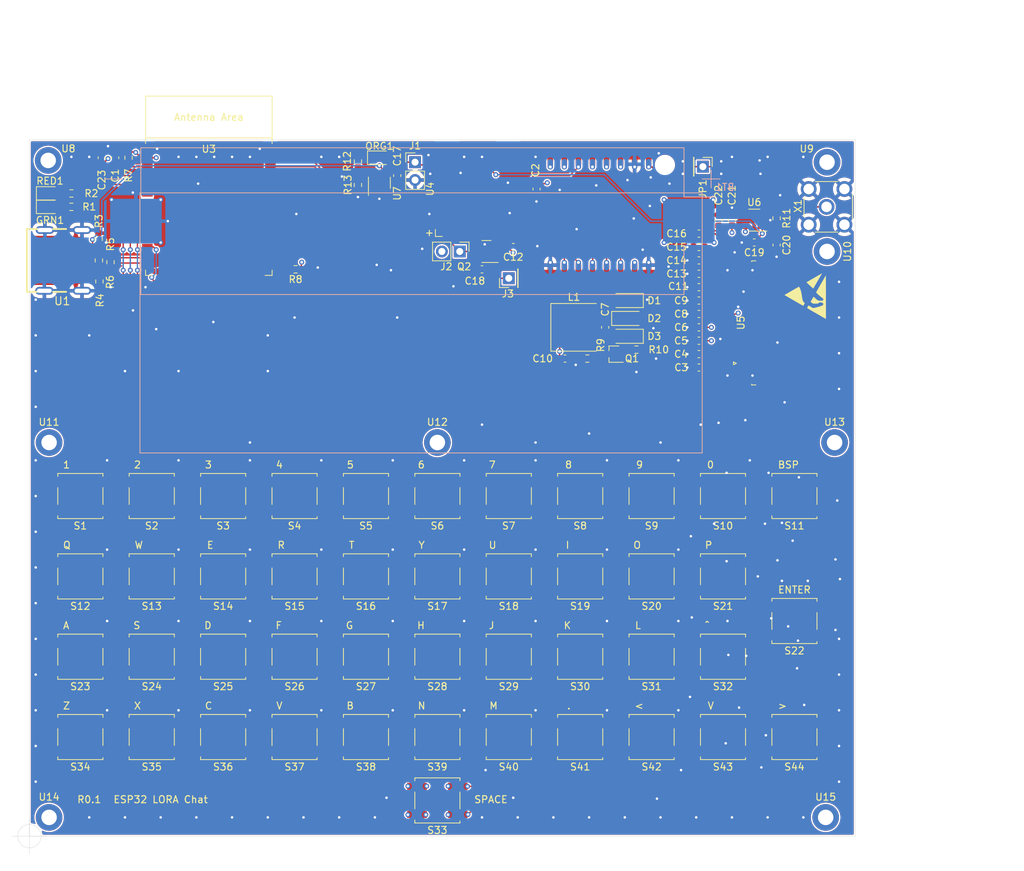
<source format=kicad_pcb>
(kicad_pcb (version 20211014) (generator pcbnew)
  (title_block (title "ESP32 LORA Chat") (date "2022-11-22") (rev "R0.1") (company "Based on armachat, but with an ESP32 instead of ARM"))
  (layers (0 "F.Cu" signal) (1 "In1.Cu" power "PWR") (2 "In2.Cu" power "GND") (31 "B.Cu" signal) (34 "B.Paste" user) (35 "F.Paste" user) (36 "B.SilkS" user "B.Silkscreen") (37 "F.SilkS" user "F.Silkscreen") (38 "B.Mask" user) (39 "F.Mask" user) (44 "Edge.Cuts" user))
  (net 0 "")
  (net 1 "VBAT")
  (net 2 "GND")
  (net 3 "/EN")
  (net 4 "+3.3V")
  (net 5 "/EPD_VGH")
  (net 6 "/EPD_VPP")
  (net 7 "/EPD_PREVGH")
  (net 8 "/EPD_PREVGL")
  (net 9 "/EPD_VGL")
  (net 10 "/EPD_VDD")
  (net 11 "/EPD_VSH")
  (net 12 "/EPD_VSL")
  (net 13 "/EPD_VCOM")
  (net 14 "/LIN")
  (net 15 "/SPEAKPWM")
  (net 16 "Net-(GRN1-Pad2)")
  (net 17 "Net-(ORG1-Pad1)")
  (net 18 "VBUS")
  (net 19 "/EPD_GDR")
  (net 20 "Net-(R2-Pad2)")
  (net 21 "Net-(R3-Pad2)")
  (net 22 "/D+")
  (net 23 "/DP")
  (net 24 "/RXLED")
  (net 25 "/TXLED")
  (net 26 "Net-(R8-Pad2)")
  (net 27 "/D-")
  (net 28 "/DN")
  (net 29 "Net-(C7-Pad1)")
  (net 30 "Net-(R11-Pad1)")
  (net 31 "/EPD_RESE")
  (net 32 "/ROW01")
  (net 33 "/COL01")
  (net 34 "/ROW02")
  (net 35 "/ROW03")
  (net 36 "/ROW04")
  (net 37 "/COL02")
  (net 38 "/COL03")
  (net 39 "/COL04")
  (net 40 "/COL05")
  (net 41 "/COL06")
  (net 42 "/COL07")
  (net 43 "/COL08")
  (net 44 "/COL09")
  (net 45 "/COL10")
  (net 46 "/COL11")
  (net 47 "Net-(JP1-Pad1)")
  (net 48 "/EPD_HLT_CTL")
  (net 49 "/EPD_TSCL")
  (net 50 "/EPD_TSDA")
  (net 51 "/EPD_BUSY")
  (net 52 "/EPD_RST")
  (net 53 "/EPD_DC")
  (net 54 "/EPD_CS")
  (net 55 "/EPD_CLK")
  (net 56 "/EPD_MOSI")
  (net 57 "/LORA_SCK")
  (net 58 "/LORA_MOSI")
  (net 59 "/LORA_IRQ")
  (net 60 "/LORA_RST")
  (net 61 "/LORA_MISO")
  (net 62 "/DIO3")
  (net 63 "/DIO4")
  (net 64 "/DIO1")
  (net 65 "/DIO2")
  (net 66 "/LORA_CS")
  (net 67 "/DIO5")
  (net 68 "Net-(C7-Pad2)")
  (net 69 "Net-(C12-Pad1)")
  (net 70 "Net-(Q1-Pad2)")
  (net 71 "Net-(R6-Pad1)")
  (net 72 "Net-(R12-Pad2)")
  (net 73 "Net-(R13-Pad2)")
  (net 77 "/IO15")
  (net 78 "/IO07")
  (net 79 "/IO06")
  (footprint "Package_TO_SOT_SMD:SOT-323_SC-70" (layer "F.Cu") (at 166.116 86.487 180)
    (fp_text reference "Q1")
    (fp_text value "Si1308")
  )
  (footprint "Resistor_SMD:R_0603_1608Metric" (layer "F.Cu") (at 162.306 87.122 180)
    (fp_text reference "R9")
    (fp_text value "10K")
  )
  (footprint "KICAD_Footprints:TS-1187A-C-G-B" (layer "F.Cu") (at 130.81 140.97)
    (fp_text reference "S38")
    (fp_text value "B")
  )
  (footprint "KICAD_Footprints:TE_2-1734839-4_1x24-1MP_P0.5mm_Horizontal_2" (layer "F.Cu") (at 183.6485 82.042 90)
    (fp_text reference "U5")
    (fp_text value "FPCConn")
  )
  (footprint "KICAD_Footprints:TS-1187A-C-G-B" (layer "F.Cu") (at 171.45 118.11)
    (fp_text reference "S20")
    (fp_text value "O")
  )
  (footprint "Capacitor_SMD:C_0603_1608Metric" (layer "F.Cu") (at 178.181 80.772 180)
    (fp_text reference "C8")
    (fp_text value "1u")
  )
  (footprint "KICAD_Footprints:TS-1187A-C-G-B" (layer "F.Cu") (at 191.77 106.68)
    (fp_text reference "S11")
    (fp_text value "BSP")
  )
  (footprint "Capacitor_SMD:C_0603_1608Metric" (layer "F.Cu") (at 178.181 86.487 180)
    (fp_text reference "C4")
    (fp_text value "1u")
  )
  (footprint "KICAD_Footprints:TS-1187A-C-G-B" (layer "F.Cu") (at 90.17 140.97)
    (fp_text reference "S34")
    (fp_text value "Z")
  )
  (footprint "KICAD_Footprints:TS-1187A-C-G-B" (layer "F.Cu") (at 191.77 124.46)
    (fp_text reference "S22")
    (fp_text value "ENT")
  )
  (footprint "KICAD_Footprints:TS-1187A-C-G-B" (layer "F.Cu") (at 110.49 106.68)
    (fp_text reference "S3")
    (fp_text value "3")
  )
  (footprint "Symbol:OSHW-Logo2_7.3x6mm_Copper" (layer "F.Cu") (at 193.802 85.852 90)
    (fp_text reference "LOGO2" hide)
    (fp_text value "OSHW-LOGOS" hide)
  )
  (footprint "KICAD_Footprints:TS-1187A-C-G-B" (layer "F.Cu") (at 181.61 129.54)
    (fp_text reference "S32")
    (fp_text value "^")
  )
  (footprint "Resistor_SMD:R_0603_1608Metric" (layer "F.Cu") (at 189.23 67.154 -90)
    (fp_text reference "R11")
    (fp_text value "10K")
  )
  (footprint "KICAD_Footprints:TS-1187A-C-G-B" (layer "F.Cu") (at 151.13 129.54)
    (fp_text reference "S29")
    (fp_text value "J")
  )
  (footprint "Capacitor_SMD:C_0603_1608Metric" (layer "F.Cu") (at 178.181 88.392 180)
    (fp_text reference "C3")
    (fp_text value "1u")
  )
  (footprint "KICAD_Footprints:TS-1187A-C-G-B" (layer "F.Cu") (at 171.45 129.54)
    (fp_text reference "S31")
    (fp_text value "L")
  )
  (footprint "Resistor_SMD:R_0603_1608Metric" (layer "F.Cu") (at 120.793 74.422 180)
    (fp_text reference "R8")
    (fp_text value "10K")
  )
  (footprint "Package_TO_SOT_SMD:SOT-23" (layer "F.Cu") (at 147.955 71.882 180)
    (fp_text reference "Q2")
    (fp_text value "BSS123")
  )
  (footprint "KICAD_Footprints:TS-1187A-C-G-B" (layer "F.Cu") (at 181.61 140.97)
    (fp_text reference "S43")
    (fp_text value "V")
  )
  (footprint "KICAD_Footprints:TS-1187A-C-G-B" (layer "F.Cu") (at 90.17 106.68)
    (fp_text reference "S1")
    (fp_text value "1")
  )
  (footprint "Diode_SMD:D_SOD-123" (layer "F.Cu") (at 168.021 83.947 180)
    (fp_text reference "D3")
    (fp_text value "MBR0530")
  )
  (footprint "KICAD_Footprints:TS-1187A-C-G-B" (layer "F.Cu") (at 161.29 140.97)
    (fp_text reference "S41")
    (fp_text value ".")
  )
  (footprint "MountingHole:MountingHole_2.2mm_M2_DIN965_Pad" (layer "F.Cu") (at 85.725 152.4)
    (fp_text reference "U14")
    (fp_text value "MOUNTINGHOLE2.0" hide)
  )
  (footprint "Capacitor_SMD:C_0603_1608Metric" (layer "F.Cu") (at 155.08 63.005 -90)
    (fp_text reference "C2")
    (fp_text value "10uF")
  )
  (footprint "Capacitor_SMD:C_0603_1608Metric" (layer "F.Cu") (at 189.23 70.964 -90)
    (fp_text reference "C20")
    (fp_text value "1µF")
  )
  (footprint "KICAD_Footprints:TS-1187A-C-G-B" (layer "F.Cu") (at 120.65 118.11)
    (fp_text reference "S15")
    (fp_text value "R")
  )
  (footprint "KICAD_Footprints:TS-1187A-C-G-B" (layer "F.Cu") (at 130.81 106.68)
    (fp_text reference "S5")
    (fp_text value "5")
  )
  (footprint "Capacitor_SMD:C_0603_1608Metric" (layer "F.Cu") (at 164.846 82.677 90)
    (fp_text reference "C7")
    (fp_text value "4.7uF")
  )
  (footprint "KICAD_Footprints:TS-1187A-C-G-B" (layer "F.Cu") (at 181.61 106.68)
    (fp_text reference "S10")
    (fp_text value "0")
  )
  (footprint "Resistor_SMD:R_0603_1608Metric" (layer "F.Cu") (at 88.9 65.532 180)
    (fp_text reference "R1")
    (fp_text value "1K5")
  )
  (footprint "LED_SMD:LED_0805_2012Metric" (layer "F.Cu") (at 85.598 65.532)
    (fp_text reference "GRN1")
    (fp_text value "GRN")
  )
  (footprint "KICAD_Footprints:ESP32-S3-WROOM-1" (layer "F.Cu") (at 108.458 65.532)
    (fp_text reference "U3")
    (fp_text value "ESP32")
  )
  (footprint "Capacitor_SMD:C_0603_1608Metric" (layer "F.Cu") (at 178.181 73.152 180)
    (fp_text reference "C14")
    (fp_text value "1u")
  )
  (footprint "KICAD_Footprints:TS-1187A-C-G-B" (layer "F.Cu") (at 161.29 129.54)
    (fp_text reference "S30")
    (fp_text value "K")
  )
  (footprint "Resistor_SMD:R_0603_1608Metric" (layer "F.Cu") (at 88.9 63.627 180)
    (fp_text reference "R2")
    (fp_text value "1K5")
  )
  (footprint "Capacitor_SMD:C_0603_1608Metric" (layer "F.Cu") (at 151.765 71.247 180)
    (fp_text reference "C12")
    (fp_text value "10u")
  )
  (footprint "Diode_SMD:D_SOD-123" (layer "F.Cu") (at 168.021 81.407)
    (fp_text reference "D2")
    (fp_text value "MBR0530")
  )
  (footprint "MountingHole:MountingHole_2.2mm_M2_DIN965_Pad" (layer "F.Cu") (at 197.485 99.06)
    (fp_text reference "U13")
    (fp_text value "MOUNTINGHOLE2.0" hide)
  )
  (footprint "KICAD_Footprints:TS-1187A-C-G-B" (layer "F.Cu") (at 110.49 129.54)
    (fp_text reference "S25")
    (fp_text value "D")
  )
  (footprint "KICAD_Footprints:TS-1187A-C-G-B" (layer "F.Cu") (at 140.97 140.97)
    (fp_text reference "S39")
    (fp_text value "N")
  )
  (footprint "KICAD_Footprints:TS-1187A-C-G-B" (layer "F.Cu") (at 100.33 118.11)
    (fp_text reference "S13")
    (fp_text value "W")
  )
  (footprint "Capacitor_SMD:C_0603_1608Metric" (layer "F.Cu") (at 93.218 58.547 90)
    (fp_text reference "C23")
    (fp_text value "1µF")
  )
  (footprint "Capacitor_SMD:C_0603_1608Metric" (layer "F.Cu") (at 178.181 69.342 180)
    (fp_text reference "C16")
    (fp_text value "1u")
  )
  (footprint "KICAD_Footprints:TS-1187A-C-G-B" (layer "F.Cu") (at 140.97 106.68)
    (fp_text reference "S6")
    (fp_text value "6")
  )
  (footprint "Connector_PinHeader_2.54mm:PinHeader_1x02_P2.54mm_Vertical" (layer "F.Cu") (at 144.15 71.882 -90)
    (fp_text reference "J2")
    (fp_text value "CONN_021X02_NO_SILK")
  )
  (footprint "Resistor_SMD:R_0603_1608Metric" (layer "F.Cu") (at 129.667 59.055 -90)
    (fp_text reference "R12")
    (fp_text value "1K")
  )
  (footprint "KICAD_Footprints:TS-1187A-C-G-B" (layer "F.Cu") (at 151.13 106.68)
    (fp_text reference "S7")
    (fp_text value "7")
  )
  (footprint "Connector_PinHeader_2.54mm:PinHeader_1x01_P2.54mm_Vertical" (layer "F.Cu") (at 151.13 75.692 90)
    (fp_text reference "J3")
    (fp_text value "CONN_01")
  )
  (footprint "Capacitor_SMD:C_0603_1608Metric" (layer "F.Cu") (at 186.055 70.599 180)
    (fp_text reference "C19")
    (fp_text value "10µF")
  )
  (footprint "KICAD_Footprints:TS-1187A-C-G-B" (layer "F.Cu") (at 140.97 118.11)
    (fp_text reference "S17")
    (fp_text value "Y")
  )
  (footprint "MountingHole:MountingHole_2.2mm_M2_DIN965_Pad" (layer "F.Cu") (at 85.725 99.06)
    (fp_text reference "U11")
    (fp_text value "MOUNTINGHOLE2.0" hide)
  )
  (footprint "Capacitor_SMD:C_0603_1608Metric" (layer "F.Cu") (at 95.123 58.547 -90)
    (fp_text reference "C1")
    (fp_text value "1U")
  )
  (footprint "KICAD_Footprints:TS-1187A-C-G-B" (layer "F.Cu") (at 110.49 140.97)
    (fp_text reference "S36")
    (fp_text value "C")
  )
  (footprint "LED_SMD:LED_0805_2012Metric" (layer "F.Cu") (at 85.598 63.627)
    (fp_text reference "RED1")
    (fp_text value "RED")
  )
  (footprint "KICAD_Footprints:TS-1187A-C-G-B" (layer "F.Cu") (at 90.17 129.54)
    (fp_text reference "S23")
    (fp_text value "A")
  )
  (footprint "Capacitor_SMD:C_0603_1608Metric" (layer "F.Cu") (at 178.181 75.057 180)
    (fp_text reference "C13")
    (fp_text value "1u")
  )
  (footprint "Resistor_SMD:R_0603_1608Metric" (layer "F.Cu") (at 97.028 58.547 -90)
    (fp_text reference "R7")
    (fp_text value "10K")
  )
  (footprint "Capacitor_SMD:C_0603_1608Metric" (layer "F.Cu") (at 147.32 74.422)
    (fp_text reference "C18")
    (fp_text value "100n")
  )
  (footprint "Capacitor_SMD:C_0603_1608Metric" (layer "F.Cu") (at 178.181 78.867 180)
    (fp_text reference "C9")
    (fp_text value "1u")
  )
  (footprint "KICAD_Footprints:TS-1187A-C-G-B" (layer "F.Cu") (at 140.97 129.54)
    (fp_text reference "S28")
    (fp_text value "H")
  )
  (footprint "Connector_PinHeader_2.54mm:PinHeader_1x02_P2.54mm_Vertical" (layer "F.Cu") (at 137.795 59.177)
    (fp_text reference "J1")
    (fp_text value "CONN_021X02_NO_SILK")
  )
  (footprint "Resistor_SMD:R_0603_1608Metric" (layer "F.Cu") (at 92.8878 76.1492 -90)
    (fp_text reference "R6")
    (fp_text value "1K")
  )
  (footprint "Symbol:ESD-Logo_6.6x6mm_SilkScreen" (layer "F.Cu") (at 193.294 78.232 90)
    (fp_text reference "LOGO1" hide)
    (fp_text value "SYM_Radio_Waves_Small" hide)
  )
  (footprint "KICAD_Footprints:TS-1187A-C-G-B" (layer "F.Cu") (at 90.17 118.11)
    (fp_text reference "S12")
    (fp_text value "Q")
  )
  (footprint "KICAD_Footprints:TS-1187A-C-G-B" (layer "F.Cu") (at 161.29 118.11)
    (fp_text reference "S19")
    (fp_text value "I")
  )
  (footprint "Capacitor_SMD:C_0603_1608Metric" (layer "F.Cu") (at 182.88 67.424 90)
    (fp_text reference "C21")
    (fp_text value "10µF")
  )
  (footprint "Capacitor_SMD:C_0603_1608Metric" (layer "F.Cu") (at 178.181 71.247 180)
    (fp_text reference "C15")
    (fp_text value "1u")
  )
  (footprint "Package_TO_SOT_SMD:SOT-23-5" (layer "F.Cu") (at 186.055 67.424 180)
    (fp_text reference "U6")
    (fp_text value "RT9013")
  )
  (footprint "KICAD_Footprints:TS-1187A-C-G-B" (layer "F.Cu") (at 151.13 118.11)
    (fp_text reference "S18")
    (fp_text value "U")
  )
  (footprint "MountingHole:MountingHole_2.2mm_M2_DIN965_Pad" (layer "F.Cu") (at 85.598 58.928)
    (fp_text reference "U8")
    (fp_text value "MOUNTINGHOLE2.0" hide)
  )
  (footprint "Capacitor_SMD:C_0603_1608Metric" (layer "F.Cu") (at 178.181 76.962 180)
    (fp_text reference "C11")
    (fp_text value "1u")
  )
  (footprint "KICAD_Footprints:USB-C_SMD-TYPE-C-31-M-12" (layer "F.Cu") (at 87.801 73.152 -90)
    (fp_text reference "U1")
    (fp_text value "tp4056_KoreanHropartsElecTYPE-C-31-M-12" hide)
  )
  (footprint "KICAD_Footprints:TS-1187A-C-G-B" (layer "F.Cu") (at 161.29 106.68)
    (fp_text reference "S8")
    (fp_text value "8")
  )
  (footprint "Resistor_SMD:R_0603_1608Metric" (layer "F.Cu") (at 94.4626 73.406 -90)
    (fp_text reference "R5")
    (fp_text value "0R")
  )
  (footprint "Capacitor_SMD:C_0603_1608Metric" (layer "F.Cu") (at 178.181 84.582)
    (fp_text reference "C5")
    (fp_text value "1U")
  )
  (footprint "KICAD_Footprints:TS-1187A-C-G-B" (layer "F.Cu") (at 130.81 118.11)
    (fp_text reference "S16")
    (fp_text value "T")
  )
  (footprint "Connector_Coaxial:SMA_Molex_73251-2200_Horizontal" (layer "F.Cu") (at 196.342 65.532 -90)
    (fp_text reference "X1")
    (fp_text value "uFL")
  )
  (footprint "MountingHole:MountingHole_2.2mm_M2_DIN965_Pad" (layer "F.Cu") (at 196.412 71.882 -90)
    (fp_text reference "U10")
    (fp_text value "MOUNTINGHOLE2.0" hide)
  )
  (footprint "KICAD_Footprints:TS-1187A-C-G-B" (layer "F.Cu") (at 100.33 106.68)
    (fp_text reference "S2")
    (fp_text value "2")
  )
  (footprint "KICAD_Footprints:FS-1340" (layer "F.Cu") (at 146.685 62.992 90)
    (fp_text reference "U4")
    (fp_text value "BUZZER")
  )
  (footprint "KICAD_Footprints:TS-1187A-C-G-B" (layer "F.Cu") (at 171.45 106.68)
    (fp_text reference "S9")
    (fp_text value "9")
  )
  (footprint "Capacitor_SMD:C_0603_1608Metric" (layer "F.Cu") (at 180.975 67.45 90)
    (fp_text reference "C22")
    (fp_text value "10µF")
  )
  (footprint "KICAD_Footprints:RFM69HCW" (layer "F.Cu") (at 164.036 66.647 90)
    (fp_text reference "U2")
    (fp_text value "RFM69HCW")
  )
  (footprint "MountingHole:MountingHole_2.2mm_M2_DIN965_Pad" (layer "F.Cu") (at 140.97 99.06)
    (fp_text reference "U12")
    (fp_text value "MOUNTINGHOLE2.0" hide)
  )
  (footprint "Connector_PinHeader_2.54mm:PinHeader_1x01_P2.54mm_Vertical" (layer "F.Cu") (at 178.746 59.817 -90)
    (fp_text reference "JP1")
    (fp_text value "CONN_01")
  )
  (footprint "Capacitor_SMD:C_0603_1608Metric" (layer "F.Cu") (at 135.255 61.087 -90)
    (fp_text reference "C17")
    (fp_text value "10µF")
  )
  (footprint "Resistor_SMD:R_0603_1608Metric" (layer "F.Cu") (at 92.7676 70.104 -90)
    (fp_text reference "R3")
    (fp_text value "5.1K")
  )
  (footprint "KICAD_Footprints:TS-1187A-C-G-B" (layer "F.Cu") (at 120.65 140.97)
    (fp_text reference "S37")
    (fp_text value "V")
  )
  (footprint "Capacitor_SMD:C_0603_1608Metric" (layer "F.Cu") (at 178.181 82.677 180)
    (fp_text reference "C6")
    (fp_text value "100n")
  )
  (footprint "LED_SMD:LED_0805_2012Metric" (layer "F.Cu") (at 132.715 58.547)
    (fp_text reference "ORG1")
    (fp_text value "ORG")
  )
  (footprint "MountingHole:MountingHole_2.2mm_M2_DIN965_Pad" (layer "F.Cu") (at 196.215 152.4)
    (fp_text reference "U15")
    (fp_text value "MOUNTINGHOLE2.0" hide)
  )
  (footprint "KICAD_Footprints:TS-1187A-C-G-B" (layer "F.Cu") (at 130.81 129.54)
    (fp_text reference "S27")
    (fp_text value "G")
  )
  (footprint "Resistor_SMD:R_0603_1608Metric" (layer "F.Cu") (at 92.8116 73.152 90)
    (fp_text reference "R4")
    (fp_text value "0R")
  )
  (footprint "Inductor_SMD:L_Coilcraft_XAL60xx_6.36x6.56mm" (layer "F.Cu") (at 160.401 82.677)
    (fp_text reference "L1")
    (fp_text value "68uh")
  )
  (footprint "Capacitor_SMD:C_0603_1608Metric" (layer "F.Cu") (at 159.131 87.122 180)
    (fp_text reference "C10")
    (fp_text value "1u")
  )
  (footprint "KICAD_Footprints:TS-1187A-C-G-B" (layer "F.Cu") (at 100.33 140.97)
    (fp_text reference "S35")
    (fp_text value "X")
  )
  (footprint "KICAD_Footprints:TS-1187A-C-G-B" (layer "F.Cu") (at 100.33 129.54)
    (fp_text reference "S24")
    (fp_text value "S")
  )
  (footprint "Resistor_SMD:R_0603_1608Metric" (layer "F.Cu") (at 129.667 62.42 90)
    (fp_text reference "R13")
    (fp_text value "10K")
  )
  (footprint "KICAD_Footprints:TS-1187A-C-G-B" (layer "F.Cu") (at 110.49 118.11)
    (fp_text reference "S14")
    (fp_text value "E")
  )
  (footprint "KICAD_Footprints:TS-1187A-C-G-B" (layer "F.Cu") (at 120.65 106.68)
    (fp_text reference "S4")
    (fp_text value "4")
  )
  (footprint "KICAD_Footprints:TS-1187A-C-G-B" (layer "F.Cu") (at 120.65 129.54)
    (fp_text reference "S26")
    (fp_text value "F")
  )
  (footprint "Package_TO_SOT_SMD:SOT-23-5" (layer "F.Cu") (at 132.715 62.103 90)
    (fp_text reference "U7")
    (fp_text value "MCP73831T-2ACI/OT")
  )
  (footprint "KICAD_Footprints:TS-1187A-C-G-B" (layer "F.Cu") (at 191.77 140.97)
    (fp_text reference "S44")
    (fp_text value ">")
  )
  (footprint "KICAD_Footprints:TS-1187A-C-G-B" (layer "F.Cu") (at 140.97 149.987)
    (fp_text reference "S33")
    (fp_text value "_")
  )
  (footprint "MountingHole:MountingHole_2.2mm_M2_DIN965_Pad" (layer "F.Cu") (at 196.412 59.182)
    (fp_text reference "U9")
    (fp_text value "MOUNTINGHOLE2.0" hide)
  )
  (footprint "KICAD_Footprints:TS-1187A-C-G-B" (layer "F.Cu") (at 171.45 140.97)
    (fp_text reference "S42")
    (fp_text value "<")
  )
  (footprint "KICAD_Footprints:TS-1187A-C-G-B" (layer "F.Cu") (at 181.61 118.11)
    (fp_text reference "S21")
    (fp_text value "P")
  )
  (footprint "KICAD_Footprints:TS-1187A-C-G-B" (layer "F.Cu") (at 151.13 140.97)
    (fp_text reference "S40")
    (fp_text value "M")
  )
  (footprint "Resistor_SMD:R_0603_1608Metric" (layer "F.Cu") (at 169.291 85.852 180)
    (fp_text reference "R10")
    (fp_text value "0R47")
  )
  (footprint "Diode_SMD:D_SOD-123" (layer "F.Cu") (at 168.021 78.867 180)
    (fp_text reference "D1")
    (fp_text value "MBR0530")
  )
  (footprint "Battery:BatteryHolder_Keystone_1042_1x18650" (layer "B.Cu") (at 137.414 67.564 180)
    (fp_text reference "BT1")
    (fp_text value "18650")
  )
  (gr_line (start 200.406 155.067) (end 82.931 155.067) (layer "Edge.Cuts") (width 0.05))
  (gr_line (start 200.406 56.007) (end 200.406 155.067) (layer "Edge.Cuts") (width 0.05))
  (gr_line (start 82.931 155.067) (end 82.931 56.007) (layer "Edge.Cuts") (width 0.05))
  (gr_line (start 82.931 56.007) (end 200.406 56.007) (layer "Edge.Cuts") (width 0.05))
  (gr_text "ENTER" (at 191.77 120.015) (layer "F.SilkS") (effects (font (size 1 1))))
  (gr_text "Z            X            C            V            B            N            M             .            <            V            >" (at 87.63 136.525) (layer "F.SilkS") (effects (font (size 1 1)) (justify left)))
  (gr_text "1            2            3            4            5            6            7             8            9            0            BSP" (at 87.63 102.235) (layer "F.SilkS") (effects (font (size 1 1)) (justify left)))
  (gr_text "A            S            D            F            G            H            J             K            L            ^" (at 87.63 125.095) (layer "F.SilkS") (effects (font (size 1 1)) (justify left)))
  (gr_text "Q            W            E            R            T            Y            U             I            O            P" (at 87.63 113.665) (layer "F.SilkS") (effects (font (size 1 1)) (justify left)))
  (gr_text "R0.1" (at 91.44 149.86) (layer "F.SilkS") (effects (font (size 1 1))))
  (gr_text "ESP32 LORA Chat" (at 101.6 149.86) (layer "F.SilkS") (effects (font (size 1 1))))
  (gr_text "SPACE" (at 148.59 149.86) (layer "F.SilkS") (effects (font (size 1 1))))
  (target plus (at 82.931 155.067) (size 5) (width 0.05) (layer "Edge.Cuts"))
  (segment (start 138.181 59.563) (end 147.8852 59.563) (width 0.2) (layer "F.Cu") (net 1))
  (segment (start 189.137 68.072) (end 189.23 67.979) (width 0.2) (layer "F.Cu") (net 1))
  (segment (start 134.76 60.312) (end 135.255 60.312) (width 0.2) (layer "F.Cu") (net 1))
  (segment (start 134.493 61.468) (end 134.493 60.579) (width 0.2) (layer "F.Cu") (net 1))
  (segment (start 187.1925 68.374) (end 188.166 68.374) (width 0.2) (layer "F.Cu") (net 1))
  (segment (start 187.198 69.342) (end 187.198 68.3795) (width 0.2) (layer "F.Cu") (net 1))
  (segment (start 186.83 69.71) (end 187.198 69.342) (width 0.2) (layer "F.Cu") (net 1))
  (segment (start 186.83 70.599) (end 186.83 69.71) (width 0.2) (layer "F.Cu") (net 1))
  (segment (start 133.665 62.296) (end 134.493 61.468) (width 0.2) (layer "F.Cu") (net 1))
  (segment (start 187.198 68.3795) (end 187.1925 68.374) (width 0.2) (layer "F.Cu") (net 1))
  (segment (start 136.39 59.177) (end 137.795 59.177) (width 0.2) (layer "F.Cu") (net 1))
  (segment (start 188.166 68.374) (end 188.468 68.072) (width 0.2) (layer "F.Cu") (net 1))
  (segment (start 135.255 60.312) (end 136.39 59.177) (width 0.2) (layer "F.Cu") (net 1))
  (segment (start 133.665 63.2405) (end 133.665 62.296) (width 0.2) (layer "F.Cu") (net 1))
  (segment (start 188.468 68.072) (end 189.137 68.072) (width 0.2) (layer "F.Cu") (net 1))
  (segment (start 189.23 67.979) (end 189.23 70.189) (width 0.2) (layer "F.Cu") (net 1))
  (segment (start 134.493 60.579) (end 134.76 60.312) (width 0.2) (layer "F.Cu") (net 1))
  (segment (start 147.8852 59.563) (end 149.2822 60.96) (width 0.2) (layer "F.Cu") (net 1))
  (segment (start 137.795 59.177) (end 138.181 59.563) (width 0.2) (layer "F.Cu") (net 1))
  (via (at 173.228 64.516) (size 0.7112) (drill 0.3556) (layers "F.Cu" "B.Cu") (net 1))
  (via (at 187.198 69.342) (size 0.7112) (drill 0.3556) (layers "F.Cu" "B.Cu") (net 1))
  (via (at 180.213 64.516) (size 0.7112) (drill 0.3556) (layers "F.Cu" "B.Cu") (net 1))
  (via (at 149.2822 60.96) (size 0.7112) (drill 0.3556) (layers "F.Cu" "B.Cu") (net 1))
  (via (at 173.228 70.612) (size 0.7112) (drill 0.3556) (layers "F.Cu" "B.Cu") (net 1))
  (via (at 180.34 70.612) (size 0.7112) (drill 0.3556) (layers "F.Cu" "B.Cu") (net 1))
  (segment (start 176.744 67.564) (end 185.42 67.564) (width 0.2) (layer "B.Cu") (net 1))
  (segment (start 171.323 67.564) (end 164.719 60.96) (width 0.2) (layer "B.Cu") (net 1))
  (segment (start 185.42 67.564) (end 187.198 69.342) (width 0.2) (layer "B.Cu") (net 1))
  (segment (start 164.719 60.96) (end 149.2822 60.96) (width 0.2) (layer "B.Cu") (net 1))
  (segment (start 176.744 67.564) (end 171.323 67.564) (width 0.2) (layer "B.Cu") (net 1))
  (segment (start 183.733 79.792) (end 183.769 79.756) (width 0.2) (layer "F.Cu") (net 2))
  (segment (start 177.406 75.057) (end 176.53 75.057) (width 0.2) (layer "F.Cu") (net 2))
  (segment (start 159.906 87.122) (end 159.906 87.262) (width 0.2) (layer "F.Cu") (net 2))
  (segment (start 182.318 89.462) (end 182.245 89.535) (width 0.2) (layer "F.Cu") (net 2))
  (segment (start 181.265 84.292) (end 182.2985 84.292) (width 0.2) (layer "F.Cu") (net 2))
  (segment (start 132.715 63.2405) (end 132.715 64.389) (width 0.2) (layer "F.Cu") (net 2))
  (segment (start 187.1925 67.424) (end 188.341 67.424) (width 0.2) (layer "F.Cu") (net 2))
  (segment (start 161.481 87.185) (end 160.655 88.011) (width 0.2) (layer "F.Cu") (net 2))
  (segment (start 161.481 87.122) (end 161.481 87.185) (width 0.2) (layer "F.Cu") (net 2))
  (segment (start 147.767 70.932) (end 147.701 70.866) (width 0.2) (layer "F.Cu") (net 2))
  (segment (start 177.406 71.247) (end 176.530498 71.247) (width 0.2) (layer "F.Cu") (net 2))
  (segment (start 184.29 70.599) (end 184.277 70.612) (width 0.2) (layer "F.Cu") (net 2))
  (segment (start 177.406 76.962) (end 176.53 76.962) (width 0.2) (layer "F.Cu") (net 2))
  (segment (start 117.208 57.272) (end 115.702 57.272) (width 0.2) (layer "F.Cu") (net 2))
  (segment (start 189.23 71.739) (end 189.23 72.631) (width 0.2) (layer "F.Cu") (net 2))
  (segment (start 155.08 63.78) (end 155.08 64.757) (width 0.2) (layer "F.Cu") (net 2))
  (segment (start 182.88 66.649) (end 182.88 65.646) (width 0.2) (layer "F.Cu") (net 2))
  (segment (start 185.728 74.622) (end 185.801 74.549) (width 0.2) (layer "F.Cu") (net 2))
  (segment (start 183.9985 89.462) (end 185.728 89.462) (width 0.2) (layer "F.Cu") (net 2))
  (segment (start 177.406 73.152) (end 176.53 73.152) (width 0.2) (layer "F.Cu") (net 2))
  (segment (start 176.530498 71.247) (end 176.53 71.246502) (width 0.2) (layer "F.Cu") (net 2))
  (segment (start 177.406 78.867) (end 176.53 78.867) (width 0.2) (layer "F.Cu") (net 2))
  (segment (start 182.318 74.622) (end 182.245 74.549) (width 0.2) (layer "F.Cu") (net 2))
  (segment (start 177.406 88.392) (end 176.53 88.392) (width 0.2) (layer "F.Cu") (net 2))
  (segment (start 135.4 61.717) (end 137.795 61.717) (width 0.2) (layer "F.Cu") (net 2))
  (segment (start 177.406 84.582) (end 176.53 84.582) (width 0.2) (layer "F.Cu") (net 2))
  (segment (start 182.854 66.675) (end 182.88 66.649) (width 0.2) (layer "F.Cu") (net 2))
  (segment (start 177.406 80.772) (end 176.53 80.772) (width 0.2) (layer "F.Cu") (net 2))
  (segment (start 183.9985 74.622) (end 185.728 74.622) (width 0.2) (layer "F.Cu") (net 2))
  (segment (start 95.123 57.772) (end 94.983 57.772) (width 0.2286) (layer "F.Cu") (net 2))
  (segment (start 135.255 61.862) (end 135.4 61.717) (width 0.2) (layer "F.Cu") (net 2))
  (segment (start 99.708 57.272) (end 101.087 57.272) (width 0.2286) (layer "F.Cu") (net 2))
  (segment (start 101.087 57.272) (end 101.092 57.277) (width 0.2286) (layer "F.Cu") (net 2))
  (segment (start 106.958 62.254) (end 106.934 62.23) (width 0.2) (layer "F.Cu") (net 2))
  (segment (start 115.702 57.272) (end 115.697 57.277) (width 0.2) (layer "F.Cu") (net 2))
  (segment (start 169.671 78.867) (end 170.688 78.867) (width 0.2) (layer "F.Cu") (net 2))
  (segment (start 106.958 63.592) (end 106.958 62.254) (width 0.2) (layer "F.Cu") (net 2))
  (segment (start 170.688 78.867) (end 170.815 78.74) (width 0.2) (layer "F.Cu") (net 2))
  (segment (start 185.728 89.462) (end 185.801 89.535) (width 0.2) (layer "F.Cu") (net 2))
  (segment (start 129.667 63.245) (end 129.667 64.135) (width 0.2) (layer "F.Cu") (net 2))
  (segment (start 182.2985 79.792) (end 183.733 79.792) (width 0.2) (layer "F.Cu") (net 2))
  (segment (start 180.975 66.675) (end 182.854 66.675) (width 0.2) (layer "F.Cu") (net 2))
  (segment (start 177.406 71.247) (end 177.406 69.342) (width 0.2) (layer "F.Cu") (net 2))
  (segment (start 177.406 86.487) (end 176.53 86.487) (width 0.2) (layer "F.Cu") (net 2))
  (segment (start 148.8925 70.932) (end 147.767 70.932) (width 0.2) (layer "F.Cu") (net 2))
  (segment (start 155.08 64.757) (end 155.067 64.77) (width 0.2) (layer "F.Cu") (net 2))
  (segment (start 94.983 57.772) (end 94.107 56.896) (width 0.2286) (layer "F.Cu") (net 2))
  (segment (start 181.229 84.328) (end 181.265 84.292) (width 0.2) (layer "F.Cu") (net 2))
  (segment (start 93.218 57.772) (end 93.231 57.772) (width 0.2286) (layer "F.Cu") (net 2))
  (segment (start 93.231 57.772) (end 94.107 56.896) (width 0.2286) (layer "F.Cu") (net 2))
  (segment (start 183.9985 74.622) (end 182.318 74.622) (width 0.2) (layer "F.Cu") (net 2))
  (segment (start 185.28 70.599) (end 184.29 70.599) (width 0.2) (layer "F.Cu") (net 2))
  (segment (start 183.9985 89.462) (end 182.318 89.462) (width 0.2) (layer "F.Cu") (net 2))
  (segment (start 159.906 87.262) (end 160.655 88.011) (width 0.2) (layer "F.Cu") (net 2))
  (segment (start 177.406 82.677) (end 176.53 82.677) (width 0.2) (layer "F.Cu") (net 2))
  (via (at 83.82 142.24) (size 0.7112) (drill 0.3556) (layers "F.Cu" "B.Cu") (net 2))
  (via (at 132.08 152.4) (size 0.7112) (drill 0.3556) (layers "F.Cu" "B.Cu") (net 2))
  (via (at 114.3 137.16) (size 0.7112) (drill 0.3556) (layers "F.Cu" "B.Cu") (net 2))
  (via (at 193.675 118.745) (size 0.7112) (drill 0.3556) (layers "F.Cu" "B.Cu") (net 2))
  (via (at 172.72 99.06) (size 0.7112) (drill 0.3556) (layers "F.Cu" "B.Cu") (net 2))
  (via (at 104.14 114.3) (size 0.7112) (drill 0.3556) (layers "F.Cu" "B.Cu") (net 2))
  (via (at 186.817 58.928) (size 0.7112) (drill 0.3556) (layers "F.Cu" "B.Cu") (net 2))
  (via (at 155.194 71.12) (size 0.7112) (drill 0.3556) (layers "F.Cu" "B.Cu") (net 2))
  (via (at 177.038 112.395) (size 0.7112) (drill 0.3556) (layers "F.Cu" "B.Cu") (net 2))
  (via (at 83.82 147.32) (size 0.7112) (drill 0.3556) (layers "F.Cu" "B.Cu") (net 2))
  (via (at 168.021 61.722) (size 0.7112) (drill 0.3556) (layers "F.Cu" "B.Cu") (net 2))
  (via (at 132.334 73.787) (size 0.7112) (drill 0.3556) (layers "F.Cu" "B.Cu") (net 2))
  (via (at 165.1 114.3) (size 0.7112) (drill 0.3556) (layers "F.Cu" "B.Cu") (net 2))
  (via (at 144.78 58.42) (size 0.7112) (drill 0.3556) (layers "F.Cu" "B.Cu") (net 2))
  (via (at 83.82 93.98) (size 0.7112) (drill 0.3556) (layers "F.Cu" "B.Cu") (net 2))
  (via (at 185.42 101.6) (size 0.7112) (drill 0.3556) (layers "F.Cu" "B.Cu") (net 2))
  (via (at 154.94 124.46) (size 0.7112) (drill 0.3556) (layers "F.Cu" "B.Cu") (net 2))
  (via (at 189.738 63.881) (size 0.7112) (drill 0.3556) (layers "F.Cu" "B.Cu") (net 2))
  (via (at 176.53 88.392) (size 0.7112) (drill 0.3556) (layers "F.Cu" "B.Cu") (net 2))
  (via (at 165.1 101.6) (size 0.7112) (drill 0.3556) (layers "F.Cu" "B.Cu") (net 2))
  (via (at 176.53 75.057) (size 0.7112) (drill 0.3556) (layers "F.Cu" "B.Cu") (net 2))
  (via (at 143.256 76.835) (size 0.7112) (drill 0.3556) (layers "F.Cu" "B.Cu") (net 2))
  (via (at 101.6 70.612) (size 0.7112) (drill 0.3556) (layers "F.Cu" "B.Cu") (net 2))
  (via (at 101.6 152.4) (size 0.7112) (drill 0.3556) (layers "F.Cu" "B.Cu") (net 2))
  (via (at 114.3 114.3) (size 0.7112) (drill 0.3556) (layers "F.Cu" "B.Cu") (net 2))
  (via (at 181.229 84.328) (size 0.7112) (drill 0.3556) (layers "F.Cu" "B.Cu") (net 2))
  (via (at 160.655 88.011) (size 0.7112) (drill 0.3556) (layers "F.Cu" "B.Cu") (net 2))
  (via (at 198.12 132.08) (size 0.7112) (drill 0.3556) (layers "F.Cu" "B.Cu") (net 2))
  (via (at 116.84 152.4) (size 0.7112) (drill 0.3556) (layers "F.Cu" "B.Cu") (net 2))
  (via (at 180.975 96.266) (size 0.7112) (drill 0.3556) (layers "F.Cu" "B.Cu") (net 2))
  (via (at 172.212 149.733) (size 0.7112) (drill 0.3556) (layers "F.Cu" "B.Cu") (net 2))
  (via (at 134.62 124.46) (size 0.7112) (drill 0.3556) (layers "F.Cu" "B.Cu") (net 2))
  (via (at 152.4 152.4) (size 0.7112) (drill 0.3556) (layers "F.Cu" "B.Cu") (net 2))
  (via (at 180.34 110.617) (size 0.7112) (drill 0.3556) (layers "F.Cu" "B.Cu") (net 2))
  (via (at 182.88 152.4) (size 0.7112) (drill 0.3556) (layers "F.Cu" "B.Cu") (net 2))
  (via (at 190.373 93.345) (size 0.7112) (drill 0.3556) (layers "F.Cu" "B.Cu") (net 2))
  (via (at 189.992 118.745) (size 0.7112) (drill 0.3556) (layers "F.Cu" "B.Cu") (net 2))
  (via (at 83.82 83.82) (size 0.7112) (drill 0.3556) (layers "F.Cu" "B.Cu") (net 2))
  (via (at 192.278 127.254) (size 0.7112) (drill 0.3556) (layers "F.Cu" "B.Cu") (net 2))
  (via (at 193.04 152.4) (size 0.7112) (drill 0.3556) (layers "F.Cu" "B.Cu") (net 2))
  (via (at 182.245 74.549) (size 0.7112) (drill 0.3556) (layers "F.Cu" "B.Cu") (net 2))
  (via (at 198.12 147.32) (size 0.7112) (drill 0.3556) (layers "F.Cu" "B.Cu") (net 2))
  (via (at 182.245 124.46) (size 0.7112) (drill 0.3556) (layers "F.Cu" "B.Cu") (net 2))
  (via (at 102.616 67.564) (size 0.7112) (drill 0.3556) (layers "F.Cu" "B.Cu") (net 2))
  (via (at 154.94 99.06) (size 0.7112) (drill 0.3556) (layers "F.Cu" "B.Cu") (net 2))
  (via (at 114.3 58.42) (size 0.7112) (drill 0.3556) (layers "F.Cu" "B.Cu") (net 2))
  (via (at 183.261 72.009) (size 0.7112) (drill 0.3556) (layers "F.Cu" "B.Cu") (net 2))
  (via (at 171.196 65.405) (size 0.7112) (drill 0.3556) (layers "F.Cu" "B.Cu") (net 2))
  (via (at 147.701 70.866) (size 0.7112) (drill 0.3556) (layers "F.Cu" "B.Cu") (net 2))
  (via (at 176.53 86.487) (size 0.7112) (drill 0.3556) (layers "F.Cu" "B.Cu") (net 2))
  (via (at 187.579 110.617) (size 0.7112) (drill 0.3556) (layers "F.Cu" "B.Cu") (net 2))
  (via (at 138.811 71.501) (size 0.7112) (drill 0.3556) (layers "F.Cu" "B.Cu") (net 2))
  (via (at 129.667 64.135) (size 0.7112) (drill 0.3556) (layers "F.Cu" "B.Cu") (net 2))
  (via (at 115.697 57.277) (size 0.7112) (drill 0.3556) (layers "F.Cu" "B.Cu") (net 2))
  (via (at 133.731 149.606) (size 0.7112) (drill 0.3556) (layers "F.Cu" "B.Cu") (net 2))
  (via (at 104.14 88.9) (size 0.7112) (drill 0.3556) (layers "F.Cu" "B.Cu") (net 2))
  (via (at 182.372 129.286) (size 0.7112) (drill 0.3556) (layers "F.Cu" "B.Cu") (net 2))
  (via (at 158.369 63.119) (size 0.7112) (drill 0.3556) (layers "F.Cu" "B.Cu") (net 2))
  (via (at 83.82 111.76) (size 0.7112) (drill 0.3556) (layers "F.Cu" "B.Cu") (net 2))
  (via (at 83.82 132.08) (size 0.7112) (drill 0.3556) (layers "F.Cu" "B.Cu") (net 2))
  (via (at 185.801 89.535) (size 0.7112) (drill 0.3556) (layers "F.Cu" "B.Cu") (net 2))
  (via (at 154.94 137.16) (size 0.7112) (drill 0.3556) (layers "F.Cu" "B.Cu") (net 2))
  (via (at 186.944 60.833) (size 0.7112) (drill 0.3556) (layers "F.Cu" "B.Cu") (net 2))
  (via (at 83.82 78.74) (size 0.7112) (drill 0.3556) (layers "F.Cu" "B.Cu") (net 2))
  (via (at 124.46 124.46) (size 0.7112) (drill 0.3556) (layers "F.Cu" "B.Cu") (net 2))
  (via (at 192.405 104.013) (size 0.7112) (drill 0.3556) (layers "F.Cu" "B.Cu") (net 2))
  (via (at 120.65 81.28) (size 0.7112) (drill 0.3556) (layers "F.Cu" "B.Cu") (net 2))
  (via (at 193.04 58.42) (size 0.7112) (drill 0.3556) (layers "F.Cu" "B.Cu") (net 2))
  (via (at 83.82 88.9) (size 0.7112) (drill 0.3556) (layers "F.Cu" "B.Cu") (net 2))
  (via (at 106.68 152.4) (size 0.7112) (drill 0.3556) (layers "F.Cu" "B.Cu") (net 2))
  (via (at 139.827 66.548) (size 0.7112) (drill 0.3556) (layers "F.Cu" "B.Cu") (net 2))
  (via (at 187.706 140.716) (size 0.7112) (drill 0.3556) (layers "F.Cu" "B.Cu") (net 2))
  (via (at 178.435 96.52) (size 0.7112) (drill 0.3556) (layers "F.Cu" "B.Cu") (net 2))
  (via (at 186.563 118.11) (size 0.7112) (drill 0.3556) (layers "F.Cu" "B.Cu") (net 2))
  (via (at 132.715 64.389) (size 0.7112) (drill 0.3556) (layers "F.Cu" "B.Cu") (net 2))
  (via (at 176.53 71.246502) (size 0.7112) (drill 0.3556) (layers "F.Cu" "B.Cu") (net 2))
  (via (at 151.257 66.421) (size 0.7112) (drill 0.3556) (layers "F.Cu" "B.Cu") (net 2))
  (via (at 127 58.42) (size 0.7112) (drill 0.3556) (layers "F.Cu" "B.Cu") (net 2))
  (via (at 144.78 137.16) (size 0.7112) (drill 0.3556) (layers "F.Cu" "B.Cu") (net 2))
  (via (at 154.94 114.3) (size 0.7112) (drill 0.3556) (layers "F.Cu" "B.Cu") (net 2))
  (via (at 106.934 62.23) (size 0.7112) (drill 0.3556) (layers "F.Cu" "B.Cu") (net 2))
  (via (at 183.896 136.779) (size 0.7112) (drill 0.3556) (layers "F.Cu" "B.Cu") (net 2))
  (via (at 198.12 137.16) (size 0.7112) (drill 0.3556) (layers "F.Cu" "B.Cu") (net 2))
  (via (at 181.356 60.833) (size 0.7112) (drill 0.3556) (layers "F.Cu" "B.Cu") (net 2))
  (via (at 173.863 74.041) (size 0.7112) (drill 0.3556) (layers "F.Cu" "B.Cu") (net 2))
  (via (at 176.53 73.152) (size 0.7112) (drill 0.3556) (layers "F.Cu" "B.Cu") (net 2))
  (via (at 176.53 80.772) (size 0.7112) (drill 0.3556) (layers "F.Cu" "B.Cu") (net 2))
  (via (at 184.912 129.413) (size 0.7112) (drill 0.3556) (layers "F.Cu" "B.Cu") (net 2))
  (via (at 93.98 101.6) (size 0.7112) (drill 0.3556) (layers "F.Cu" "B.Cu") (net 2))
  (via (at 134.62 101.6) (size 0.7112) (drill 0.3556) (layers "F.Cu" "B.Cu") (net 2))
  (via (at 83.82 101.6) (size 0.7112) (drill 0.3556) (layers "F.Cu" "B.Cu") (net 2))
  (via (at 147.32 96.52) (size 0.7112) (drill 0.3556) (layers "F.Cu" "B.Cu") (net 2))
  (via (at 127.381 61.214) (size 0.7112) (drill 0.3556) (layers "F.Cu" "B.Cu") (net 2))
  (via (at 97.6376 63.5) (size 0.7112) (drill 0.3556) (layers "F.Cu" "B.Cu") (net 2))
  (via (at 175.641 145.669) (size 0.7112) (drill 0.3556) (layers "F.Cu" "B.Cu") (net 2))
  (via (at 96.52 152.4) (size 0.7112) (drill 0.3556) (layers "F.Cu" "B.Cu") (net 2))
  (via (at 160.782 68.707) (size 0.7112) (drill 0.3556) (layers "F.Cu" "B.Cu") (net 2))
  (via (at 101.092 57.277) (size 0.7112) (drill 0.3556) (layers "F.Cu" "B.Cu") (net 2))
  (via (at 91.44 83.82) (size 0.7112) (drill 0.3556) (layers "F.Cu" "B.Cu") (net 2))
  (via (at 172.466 57.912) (size 0.7112) (drill 0.3556) (layers "F.Cu" "B.Cu") (net 2))
  (via (at 185.801 74.549) (size 0.7112) (drill 0.3556) (layers "F.Cu" "B.Cu") (net 2))
  (via (at 165.1 124.46) (size 0.7112) (drill 0.3556) (layers "F.Cu" "B.Cu") (net 2))
  (via (at 154.94 101.6) (size 0.7112) (drill 0.3556) (layers "F.Cu" "B.Cu") (net 2))
  (via (at 163.576 62.484) (size 0.7112) (drill 0.3556) (layers "F.Cu" "B.Cu") (net 2))
  (via (at 192.151 131.191) (size 0.7112) (drill 0.3556) (layers "F.Cu" "B.Cu") (net 2))
  (via (at 144.78 124.46) (size 0.7112) (drill 0.3556) (layers "F.Cu" "B.Cu") (net 2))
  (via (at 83.82 137.16) (size 0.7112) (drill 0.3556) (layers "F.Cu" "B.Cu") (net 2))
  (via (at 189.23 72.631) (size 0.7112) (drill 0.3556) (layers "F.Cu" "B.Cu") (net 2))
  (via (at 94.488 76.962) (size 0.7112) (drill 0.3556) (layers "F.Cu" "B.Cu") (net 2))
  (via (at 134.366 74.549) (size 0.7112) (drill 0.3556) (layers "F.Cu" "B.Cu") (net 2))
  (via (at 114.3 101.6) (size 0.7112) (drill 0.3556) (layers "F.Cu" "B.Cu") (net 2))
  (via (at 189.992 110.49) (size 0.7112) (drill 0.3556) (layers "F.Cu" "B.Cu") (net 2))
  (via (at 144.272 60.706) (size 0.7112) (drill 0.3556) (layers "F.Cu" "B.Cu") (net 2))
  (via (at 114.3 99.06) (size 0.7112) (drill 0.3556) (layers "F.Cu" "B.Cu") (net 2))
  (via (at 175.26 114.3) (size 0.7112) (drill 0.3556) (layers "F.Cu" "B.Cu") (net 2))
  (via (at 151.003 62.103) (size 0.7112) (drill 0.3556) (layers "F.Cu" "B.Cu") (net 2))
  (via (at 168.91 67.183) (size 0.7112) (drill 0.3556) (layers "F.Cu" "B.Cu") (net 2))
  (via (at 198.12 91.44) (size 0.7112) (drill 0.3556) (layers "F.Cu" "B.Cu") (net 2))
  (via (at 124.46 114.3) (size 0.7112) (drill 0.3556) (layers "F.Cu" "B.Cu") (net 2))
  (via (at 83.82 106.68) (size 0.7112) (drill 0.3556) (layers "F.Cu" "B.Cu") (net 2))
  (via (at 184.531 77.597) (size 0.7112) (drill 0.3556) (layers "F.Cu" "B.Cu") (net 2))
  (via (at 175.26 124.46) (size 0.7112) (drill 0.3556) (layers "F.Cu" "B.Cu") (net 2))
  (via (at 176.53 84.582) (size 0.7112) (drill 0.3556) (layers "F.Cu" "B.Cu") (net 2))
  (via (at 123.952 74.168) (size 0.7112) (drill 0.3556) (layers "F.Cu" "B.Cu") (net 2))
  (via (at 104.14 124.46) (size 0.7112) (drill 0.3556) (layers "F.Cu" "B.Cu") (net 2))
  (via (at 172.72 152.4) (size 0.7112) (drill 0.3556) (layers "F.Cu" "B.Cu") (net 2))
  (via (at 165.1 137.16) (size 0.7112) (drill 0.3556) (layers "F.Cu" "B.Cu") (net 2))
  (via (at 170.18 71.628) (size 0.7112) (drill 0.3556) (layers "F.Cu" "B.Cu") (net 2))
  (via (at 111.76 152.4) (size 0.7112) (drill 0.3556) (layers "F.Cu" "B.Cu") (net 2))
  (via (at 91.44 152.4) (size 0.7112) (drill 0.3556) (layers "F.Cu" "B.Cu") (net 2))
  (via (at 188.468 124.079) (size 0.7112) (drill 0.3556) (layers "F.Cu" "B.Cu") (net 2))
  (via (at 114.3 124.46) (size 0.7112) (drill 0.3556) (layers "F.Cu" "B.Cu") (net 2))
  (via (at 187.071 145.288) (size 0.7112) (drill 0.3556) (layers "F.Cu" "B.Cu") (net 2))
  (via (at 111.76 58.42) (size 0.7112) (drill 0.3556) (layers "F.Cu" "B.Cu") (net 2))
  (via (at 139.7 58.166) (size 0.7112) (drill 0.3556) (layers "F.Cu" "B.Cu") (net 2))
  (via (at 144.78 114.3) (size 0.7112) (drill 0.3556) (layers "F.Cu" "B.Cu") (net 2))
  (via (at 116.84 83.82) (size 0.7112) (drill 0.3556) (layers "F.Cu" "B.Cu") (net 2))
  (via (at 88.9 58.42) (size 0.7112) (drill 0.3556) (layers "F.Cu" "B.Cu") (net 2))
  (via (at 155.067 64.77) (size 0.7112) (drill 0.3556) (layers "F.Cu" "B.Cu") (net 2))
  (via (at 99.441 76.962) (size 0.7112) (drill 0.3556) (layers "F.Cu" "B.Cu") (net 2))
  (via (at 181.356 59.055) (size 0.7112) (drill 0.3556) (layers "F.Cu" "B.Cu") (net 2))
  (via (at 94.615 64.516) (size 0.7112) (drill 0.3556) (layers "F.Cu" "B.Cu") (net 2))
  (via (at 191.516 113.03) (size 0.7112) (drill 0.3556) (layers "F.Cu" "B.Cu") (net 2))
  (via (at 157.48 152.4) (size 0.7112) (drill 0.3556) (layers "F.Cu" "B.Cu") (net 2))
  (via (at 182.88 65.646) (size 0.7112) (drill 0.3556) (layers "F.Cu" "B.Cu") (net 2))
  (via (at 91.44 58.42) (size 0.7112) (drill 0.3556) (layers "F.Cu" "B.Cu") (net 2))
  (via (at 154.94 58.42) (size 0.7112) (drill 0.3556) (layers "F.Cu" "B.Cu") (net 2))
  (via (at 134.62 137.16) (size 0.7112) (drill 0.3556) (layers "F.Cu" "B.Cu") (net 2))
  (via (at 93.98 114.3) (size 0.7112) (drill 0.3556) (layers "F.Cu" "B.Cu") (net 2))
  (via (at 124.46 137.16) (size 0.7112) (drill 0.3556) (layers "F.Cu" "B.Cu") (net 2))
  (via (at 198.12 86.36) (size 0.7112) (drill 0.3556) (layers "F.Cu" "B.Cu") (net 2))
  (via (at 162.56 152.4) (size 0.7112) (drill 0.3556) (layers "F.Cu" "B.Cu") (net 2))
  (via (at 93.8276 70.612) (size 0.7112) (drill 0.3556) (layers "F.Cu" "B.Cu") (net 2))
  (via (at 147.828 145.669) (size 0.7112) (drill 0.3556) (layers "F.Cu" "B.Cu") (net 2))
  (via (at 162.56 97.79) (size 0.7112) (drill 0.3556) (layers "F.Cu" "B.Cu") (net 2))
  (via (at 198.12 76.2) (size 0.7112) (drill 0.3556) (layers "F.Cu" "B.Cu") (net 2))
  (via (at 124.46 58.42) (size 0.7112) (drill 0.3556) (layers "F.Cu" "B.Cu") (net 2))
  (via (at 197.866 107.315) (size 0.7112) (drill 0.3556) (layers "F.Cu" "B.Cu") (net 2))
  (via (at 182.118 103.378) (size 0.7112) (drill 0.3556) (layers "F.Cu" "B.Cu") (net 2))
  (via (at 139.954 60.833) (size 0.7112) (drill 0.3556) (layers "F.Cu" "B.Cu") (net 2))
  (via (at 187.96 152.4) (size 0.7112) (drill 0.3556) (layers "F.Cu" "B.Cu") (net 2))
  (via (at 198.12 142.24) (size 0.7112) (drill 0.3556) (layers "F.Cu" "B.Cu") (net 2))
  (via (at 184.277 70.612) (size 0.7112) (drill 0.3556) (layers "F.Cu" "B.Cu") (net 2))
  (via (at 134.62 114.3) (size 0.7112) (drill 0.3556) (layers "F.Cu" "B.Cu") (net 2))
  (via (at 172.085 87.122) (size 0.7112) (drill 0.3556) (layers "F.Cu" "B.Cu") (net 2))
  (via (at 184.785 95.885) (size 0.7112) (drill 0.3556) (layers "F.Cu" "B.Cu") (net 2))
  (via (at 147.32 152.4) (size 0.7112) (drill 0.3556) (layers "F.Cu" "B.Cu") (net 2))
  (via (at 171.704 82.804) (size 0.7112) (drill 0.3556) (layers "F.Cu" "B.Cu") (net 2))
  (via (at 93.98 124.46) (size 0.7112) (drill 0.3556) (layers "F.Cu" "B.Cu") (net 2))
  (via (at 170.815 78.74) (size 0.7112) (drill 0.3556) (layers "F.Cu" "B.Cu") (net 2))
  (via (at 169.291 89.027) (size 0.7112) (drill 0.3556) (layers "F.Cu" "B.Cu") (net 2))
  (via (at 182.118 115.951) (size 0.7112) (drill 0.3556) (layers "F.Cu" "B.Cu") (net 2))
  (via (at 193.167 136.398) (size 0.7112) (drill 0.3556) (layers "F.Cu" "B.Cu") (net 2))
  (via (at 100.965 82.931) (size 0.7112) (drill 0.3556) (layers "F.Cu" "B.Cu") (net 2))
  (via (at 109.22 58.42) (size 0.7112) (drill 0.3556) (layers "F.Cu" "B.Cu") (net 2))
  (via (at 167.64 152.4) (size 0.7112) (drill 0.3556) (layers "F.Cu" "B.Cu") (net 2))
  (via (at 104.14 137.16) (size 0.7112) (drill 0.3556) (layers "F.Cu" "B.Cu") (net 2))
  (via (at 104.14 101.6) (size 0.7112) (drill 0.3556) (layers "F.Cu" "B.Cu") (net 2))
  (via (at 175.26 101.6) (size 0.7112) (drill 0.3556) (layers "F.Cu" "B.Cu") (net 2))
  (via (at 83.82 121.92) (size 0.7112) (drill 0.3556) (layers "F.Cu" "B.Cu") (net 2))
  (via (at 197.612 125.73) (size 0.7112) (drill 0.3556) (layers "F.Cu" "B.Cu") (net 2))
  (via (at 97.663 80.264) (size 0.7112) (drill 0.3556) (layers "F.Cu" "B.Cu") (net 2))
  (via (at 189.357 115.824) (size 0.7112) (drill 0.3556) (layers "F.Cu" "B.Cu") (net 2))
  (via (at 101.6 64.516) (size 0.7112) (drill 0.3556) (layers "F.Cu" "B.Cu") (net 2))
  (via (at 96.52 88.9) (size 0.7112) (drill 0.3556) (layers "F.Cu" "B.Cu") (net 2))
  (via (at 181.991 141.859) (size 0.7112) (drill 0.3556) (layers "F.Cu" "B.Cu") (net 2))
  (via (at 175.26 137.16) (size 0.7112) (drill 0.3556) (layers "F.Cu" "B.Cu") (net 2))
  (via (at 121.92 152.4) (size 0.7112) (drill 0.3556) (layers "F.Cu" "B.Cu") (net 2))
  (via (at 176.53 76.962) (size 0.7112) (drill 0.3556) (layers "F.Cu" "B.Cu") (net 2))
  (via (at 188.341 67.424) (size 0.7112) (drill 0.3556) (layers "F.Cu" "B.Cu") (net 2))
  (via (at 83.82 116.84) (size 0.7112) (drill 0.3556) (layers "F.Cu" "B.Cu") (net 2))
  (via (at 189.357 84.836) (size 0.7112) (drill 0.3556) (layers "F.Cu" "B.Cu") (net 2))
  (via (at 93.98 137.16) (size 0.7112) (drill 0.3556) (layers "F.Cu" "B.Cu") (net 2))
  (via (at 94.107 56.896) (size 0.7112) (drill 0.3556) (layers "F.Cu" "B.Cu") (net 2))
  (via (at 171.323 61.341) (size 0.7112) (drill 0.3556) (layers "F.Cu" "B.Cu") (net 2))
  (via (at 197.612 115.697) (size 0.7112) (drill 0.3556) (layers "F.Cu" "B.Cu") (net 2))
  (via (at 120.904 66.548) (size 0.7112) (drill 0.3556) (layers "F.Cu" "B.Cu") (net 2))
  (via (at 144.78 101.6) (size 0.7112) (drill 0.3556) (layers "F.Cu" "B.Cu") (net 2))
  (via (at 187.96 58.42) (size 0.7112) (drill 0.3556) (layers "F.Cu" "B.Cu") (net 2))
  (via (at 147.32 58.42) (size 0.7112) (drill 0.3556) (layers "F.Cu" "B.Cu") (net 2))
  (via (at 106.68 58.42) (size 0.7112) (drill 0.3556) (layers "F.Cu" "B.Cu") (net 2))
  (via (at 83.82 127) (size 0.7112) (drill 0.3556) (layers "F.Cu" "B.Cu") (net 2))
  (via (at 183.769 79.756) (size 0.7112) (drill 0.3556) (layers "F.Cu" "B.Cu") (net 2))
  (via (at 177.8 152.4) (size 0.7112) (drill 0.3556) (layers "F.Cu" "B.Cu") (net 2))
  (via (at 173.99 62.23) (size 0.7112) (drill 0.3556) (layers "F.Cu" "B.Cu") (net 2))
  (via (at 151.765 149.606) (size 0.7112) (drill 0.3556) (layers "F.Cu" "B.Cu") (net 2))
  (via (at 176.53 82.677) (size 0.7112) (drill 0.3556) (layers "F.Cu" "B.Cu") (net 2))
  (via (at 198.12 127) (size 0.7112) (drill 0.3556) (layers "F.Cu" "B.Cu") (net 2))
  (via (at 135.255 81.28) (size 0.7112) (drill 0.3556) (layers "F.Cu" "B.Cu") (net 2))
  (via (at 127 152.4) (size 0.7112) (drill 0.3556) (layers "F.Cu" "B.Cu") (net 2))
  (via (at 182.245 89.535) (size 0.7112) (drill 0.3556) (layers "F.Cu" "B.Cu") (net 2))
  (via (at 188.087 103.378) (size 0.7112) (drill 0.3556) (layers "F.Cu" "B.Cu") (net 2))
  (via (at 198.247 118.491) (size 0.7112) (drill 0.3556) (layers "F.Cu" "B.Cu") (net 2))
  (via (at 124.46 101.6) (size 0.7112) (drill 0.3556) (layers "F.Cu" "B.Cu") (net 2))
  (via (at 198.12 81.28) (size 0.7112) (drill 0.3556) (layers "F.Cu" "B.Cu") (net 2))
  (via (at 175.895 60.833) (size 0.7112) (drill 0.3556) (layers "F.Cu" "B.Cu") (net 2))
  (via (at 104.14 58.42) (size 0.7112) (drill 0.3556) (layers "F.Cu" "B.Cu") (net 2))
  (via (at 190.881 125.222) (size 0.7112) (drill 0.3556) (layers "F.Cu" "B.Cu") (net 2))
  (via (at 182.88 58.42) (size 0.7112) (drill 0.3556) (layers "F.Cu" "B.Cu") (net 2))
  (via (at 175.895 59.055) (size 0.7112) (drill 0.3556) (layers "F.Cu" "B.Cu") (net 2))
  (via (at 177.165 123.952) (size 0.7112) (drill 0.3556) (layers "F.Cu" "B.Cu") (net 2))
  (via (at 116.84 88.9) (size 0.7112) (drill 0.3556) (layers "F.Cu" "B.Cu") (net 2))
  (via (at 109.093 81.915) (size 0.7112) (drill 0.3556) (layers "F.Cu" "B.Cu") (net 2))
  (via (at 176.911 135.255) (size 0.7112) (drill 0.3556) (layers "F.Cu" "B.Cu") (net 2))
  (via (at 176.53 78.867) (size 0.7112) (drill 0.3556) (layers "F.Cu" "B.Cu") (net 2))
  (segment (start 98.084 67.564) (end 102.616 67.564) (width 0.2) (layer "B.Cu") (net 2))
  (segment (start 97.468 59.812) (end 97.028 59.372) (width 0.2286) (layer "F.Cu") (net 3))
  (segment (start 99.708 59.812) (end 97.468 59.812) (width 0.2286) (layer "F.Cu") (net 3))
  (segment (start 97.028 59.372) (end 95.173 59.372) (width 0.2286) (layer "F.Cu") (net 3))
  (segment (start 95.173 59.372) (end 95.123 59.322) (width 0.2286) (layer "F.Cu") (net 3))
  (segment (start 183.769 80.645) (end 183.622 80.792) (width 0.2) (layer "F.Cu") (net 4))
  (segment (start 93.459 59.322) (end 94.107 58.674) (width 0.2286) (layer "F.Cu") (net 4))
  (segment (start 93.218 59.322) (end 93.459 59.322) (width 0.2286) (layer "F.Cu") (net 4))
  (segment (start 158.356 86.119) (end 158.369 86.106) (width 0.2) (layer "F.Cu") (net 4))
  (segment (start 182.88 68.199) (end 182.88 69.202) (width 0.2) (layer "F.Cu") (net 4))
  (segment (start 158.381 82.677) (end 158.381 86.094) (width 0.2) (layer "F.Cu") (net 4))
  (segment (start 158.356 87.122) (end 158.356 86.119) (width 0.2) (layer "F.Cu") (net 4))
  (segment (start 182.2985 80.292) (end 182.2985 80.792) (width 0.2) (layer "F.Cu") (net 4))
  (segment (start 178.956 82.677) (end 179.959 82.677) (width 0.2) (layer "F.Cu") (net 4))
  (segment (start 100.96 58.542) (end 100.965 58.547) (width 0.2286) (layer "F.Cu") (net 4))
  (segment (start 98.801 58.542) (end 99.708 58.542) (width 0.2286) (layer "F.Cu") (net 4))
  (segment (start 156.48 62.23) (end 156.607 62.103) (width 0.2) (layer "F.Cu") (net 4))
  (segment (start 150.99 71.279046) (end 151.741671 72.030717) (width 0.2) (layer "F.Cu") (net 4))
  (segment (start 121.618 74.422) (end 121.618 73.454) (width 0.2) (layer "F.Cu") (net 4))
  (segment (start 178.956 84.582) (end 179.959 84.582) (width 0.2) (layer "F.Cu") (net 4))
  (segment (start 183.622 80.792) (end 182.2985 80.792) (width 0.2) (layer "F.Cu") (net 4))
  (segment (start 184.9175 68.374) (end 184.9175 68.9425) (width 0.2) (layer "F.Cu") (net 4))
  (segment (start 184.9175 68.9425) (end 184.785 69.075) (width 0.2) (layer "F.Cu") (net 4))
  (segment (start 182.854 68.225) (end 182.88 68.199) (width 0.2) (layer "F.Cu") (net 4))
  (segment (start 121.618 73.454) (end 121.666 73.406) (width 0.2) (layer "F.Cu") (net 4))
  (segment (start 99.708 58.542) (end 100.96 58.542) (width 0.2286) (layer "F.Cu") (net 4))
  (segment (start 150.99 71.247) (end 150.99 71.279046) (width 0.2) (layer "F.Cu") (net 4))
  (segment (start 97.028 57.722) (end 97.981 57.722) (width 0.2286) (layer "F.Cu") (net 4))
  (segment (start 155.08 62.23) (end 156.48 62.23) (width 0.2) (layer "F.Cu") (net 4))
  (segment (start 97.981 57.722) (end 98.044 57.785) (width 0.2286) (layer "F.Cu") (net 4))
  (segment (start 158.381 86.094) (end 158.369 86.106) (width 0.2) (layer "F.Cu") (net 4))
  (segment (start 180.975 68.225) (end 182.854 68.225) (width 0.2) (layer "F.Cu") (net 4))
  (segment (start 98.044 57.785) (end 98.801 58.542) (width 0.2286) (layer "F.Cu") (net 4))
  (via (at 121.666 73.406) (size 0.7112) (drill 0.3556) (layers "F.Cu" "B.Cu") (net 4))
  (via (at 151.741671 72.030717) (size 0.7112) (drill 0.3556) (layers "F.Cu" "B.Cu") (net 4))
  (via (at 184.785 69.075) (size 0.7112) (drill 0.3556) (layers "F.Cu" "B.Cu") (net 4))
  (via (at 179.959 82.677) (size 0.7112) (drill 0.3556) (layers "F.Cu" "B.Cu") (net 4))
  (via (at 100.965 58.547) (size 0.7112) (drill 0.3556) (layers "F.Cu" "B.Cu") (net 4))
  (via (at 182.88 69.202) (size 0.7112) (drill 0.3556) (layers "F.Cu" "B.Cu") (net 4))
  (via (at 158.369 86.106) (size 0.7112) (drill 0.3556) (layers "F.Cu" "B.Cu") (net 4))
  (via (at 179.959 84.582) (size 0.7112) (drill 0.3556) (layers "F.Cu" "B.Cu") (net 4))
  (via (at 98.044 57.785) (size 0.7112) (drill 0.3556) (layers "F.Cu" "B.Cu") (net 4))
  (via (at 156.607 62.103) (size 0.7112) (drill 0.3556) (layers "F.Cu" "B.Cu") (net 4))
  (via (at 183.769 80.645) (size 0.7112) (drill 0.3556) (layers "F.Cu" "B.Cu") (net 4))
  (via (at 94.107 58.674) (size 0.7112) (drill 0.3556) (layers "F.Cu" "B.Cu") (net 4))
  (segment (start 180.972789 85.792) (end 180.277789 86.487) (width 0.2) (layer "F.Cu") (net 5))
  (segment (start 180.277789 86.487) (end 178.956 86.487) (width 0.2) (layer "F.Cu") (net 5))
  (segment (start 182.2985 85.792) (end 180.972789 85.792) (width 0.2) (layer "F.Cu") (net 5))
  (segment (start 182.2985 78.792) (end 179.031 78.792) (width 0.2) (layer "F.Cu") (net 6))
  (segment (start 179.031 78.792) (end 178.956 78.867) (width 0.2) (layer "F.Cu") (net 6))
  (segment (start 181.35168 77.792) (end 180.34 76.78032) (width 0.2) (layer "F.Cu") (net 7))
  (segment (start 171.577 81.055158) (end 171.577 81.153) (width 0.2) (layer "F.Cu") (net 7))
  (segment (start 179.578 75.057) (end 178.956 75.057) (width 0.2) (layer "F.Cu") (net 7))
  (segment (start 180.34 76.78032) (end 180.34 75.819) (width 0.2) (layer "F.Cu") (net 7))
  (segment (start 180.34 75.819) (end 179.578 75.057) (width 0.2) (layer "F.Cu") (net 7))
  (segment (start 178.067 75.946) (end 176.686158 75.946) (width 0.2) (layer "F.Cu") (net 7))
  (segment (start 169.671 83.059) (end 169.671 83.947) (width 0.2) (layer "F.Cu") (net 7))
  (segment (start 182.2985 77.792) (end 181.35168 77.792) (width 0.2) (layer "F.Cu") (net 7))
  (segment (start 178.956 75.057) (end 178.067 75.946) (width 0.2) (layer "F.Cu") (net 7))
  (segment (start 171.577 81.153) (end 169.671 83.059) (width 0.2) (layer "F.Cu") (net 7))
  (segment (start 176.686158 75.946) (end 171.577 81.055158) (width 0.2) (layer "F.Cu") (net 7))
  (segment (start 177.7784 72.4246) (end 176.3684 72.4246) (width 0.2) (layer "F.Cu") (net 8))
  (segment (start 171.1738 80.888148) (end 171.1738 80.98599) (width 0.2) (layer "F.Cu") (net 8))
  (segment (start 181.2068 76.5067) (end 181.2068 73.4978) (width 0.2) (layer "F.Cu") (net 8))
  (segment (start 181.2068 73.4978) (end 178.956 71.247) (width 0.2) (layer "F.Cu") (net 8))
  (segment (start 170.75279 81.407) (end 169.671 81.407) (width 0.2) (layer "F.Cu") (net 8))
  (segment (start 176.3684 72.4246) (end 175.133 73.66) (width 0.2) (layer "F.Cu") (net 8))
  (segment (start 171.1738 80.98599) (end 170.75279 81.407) (width 0.2) (layer "F.Cu") (net 8))
  (segment (start 182.2985 76.792) (end 181.4921 76.792) (width 0.2) (layer "F.Cu") (net 8))
  (segment (start 175.133 73.66) (end 175.133 76.928948) (width 0.2) (layer "F.Cu") (net 8))
  (segment (start 181.4921 76.792) (end 181.2068 76.5067) (width 0.2) (layer "F.Cu") (net 8))
  (segment (start 175.133 76.928948) (end 171.1738 80.888148) (width 0.2) (layer "F.Cu") (net 8))
  (segment (start 178.956 71.247) (end 177.7784 72.4246) (width 0.2) (layer "F.Cu") (net 8))
  (segment (start 181.043 86.292) (end 182.2985 86.292) (width 0.2) (layer "F.Cu") (net 9))
  (segment (start 178.956 88.392) (end 178.956 88.379) (width 0.2) (layer "F.Cu") (net 9))
  (segment (start 178.956 88.379) (end 181.043 86.292) (width 0.2) (layer "F.Cu") (net 9))
  (segment (start 182.2985 79.292) (end 179.915 79.292) (width 0.2) (layer "F.Cu") (net 10))
  (segment (start 179.915 79.292) (end 178.956 80.251) (width 0.2) (layer "F.Cu") (net 10))
  (segment (start 178.956 80.251) (end 178.956 80.772) (width 0.2) (layer "F.Cu") (net 10))
  (segment (start 179.832 76.962) (end 178.956 76.962) (width 0.2) (layer "F.Cu") (net 11))
  (segment (start 182.2985 78.292) (end 181.162 78.292) (width 0.2) (layer "F.Cu") (net 11))
  (segment (start 181.162 78.292) (end 179.832 76.962) (width 0.2) (layer "F.Cu") (net 11))
  (segment (start 181.42189 77.292) (end 180.8036 76.67371) (width 0.2) (layer "F.Cu") (net 12))
  (segment (start 180.8036 76.67371) (end 180.8036 74.2506) (width 0.2) (layer "F.Cu") (net 12))
  (segment (start 179.705 73.152) (end 178.956 73.152) (width 0.2) (layer "F.Cu") (net 12))
  (segment (start 182.2985 77.292) (end 181.42189 77.292) (width 0.2) (layer "F.Cu") (net 12))
  (segment (start 180.8036 74.2506) (end 179.705 73.152) (width 0.2) (layer "F.Cu") (net 12))
  (segment (start 182.118 76.1115) (end 182.118 75.438) (width 0.2) (layer "F.Cu") (net 13))
  (segment (start 181.61 74.93) (end 181.61 70.485) (width 0.2) (layer "F.Cu") (net 13))
  (segment (start 182.118 75.438) (end 181.61 74.93) (width 0.2) (layer "F.Cu") (net 13))
  (segment (start 181.61 70.485) (end 180.467 69.342) (width 0.2) (layer "F.Cu") (net 13))
  (segment (start 180.467 69.342) (end 178.956 69.342) (width 0.2) (layer "F.Cu") (net 13))
  (segment (start 182.2985 76.292) (end 182.118 76.1115) (width 0.2) (layer "F.Cu") (net 13))
  (segment (start 142.335 68.692) (end 142.335 70.067) (width 0.2) (layer "F.Cu") (net 14))
  (segment (start 144.15 71.882) (end 147.0175 71.882) (width 0.2) (layer "F.Cu") (net 14))
  (segment (start 146.558 73.152) (end 147.0175 72.6925) (width 0.2) (layer "F.Cu") (net 14))
  (segment (start 146.558 74.409) (end 146.558 73.152) (width 0.2) (layer "F.Cu") (net 14))
  (segment (start 147.0175 72.6925) (end 147.0175 71.882) (width 0.2) (layer "F.Cu") (net 14))
  (segment (start 146.545 74.422) (end 146.558 74.409) (width 0.2) (layer "F.Cu") (net 14))
  (segment (start 142.335 70.067) (end 144.15 71.882) (width 0.2) (layer "F.Cu") (net 14))
  (segment (start 149.365 75.692) (end 151.13 75.692) (width 0.2) (layer "F.Cu") (net 15))
  (segment (start 148.095 73.901) (end 148.8925 73.1035) (width 0.2) (layer "F.Cu") (net 15))
  (segment (start 148.095 74.422) (end 149.365 75.692) (width 0.2) (layer "F.Cu") (net 15))
  (segment (start 117.597 66.162) (end 121.931 70.496) (width 0.2) (layer "F.Cu") (net 15))
  (segment (start 117.208 66.162) (end 117.597 66.162) (width 0.2) (layer "F.Cu") (net 15))
  (segment (start 135.139001 70.496) (end 139.8432 75.2002) (width 0.2) (layer "F.Cu") (net 15))
  (segment (start 121.931 70.496) (end 135.139001 70.496) (width 0.2) (layer "F.Cu") (net 15))
  (segment (start 148.095 74.422) (end 148.095 73.901) (width 0.2) (layer "F.Cu") (net 15))
  (segment (start 139.8432 75.2002) (end 147.3168 75.2002) (width 0.2) (layer "F.Cu") (net 15))
  (segment (start 147.3168 75.2002) (end 148.095 74.422) (width 0.2) (layer "F.Cu") (net 15))
  (segment (start 148.8925 73.1035) (end 148.8925 72.832) (width 0.2) (layer "F.Cu") (net 15))
  (segment (start 86.5355 65.532) (end 88.075 65.532) (width 0.2) (layer "F.Cu") (net 16))
  (segment (start 129.667 58.23) (end 131.4605 58.23) (width 0.2) (layer "F.Cu") (net 17))
  (segment (start 131.4605 58.23) (end 131.7775 58.547) (width 0.2) (layer "F.Cu") (net 17))
  (segment (start 91.905734 71.231266) (end 91.905734 70.178269) (width 0.2) (layer "F.Cu") (net 18))
  (segment (start 90.2476 71.652) (end 90.8786 71.652) (width 0.2) (layer "F.Cu") (net 18))
  (segment (start 133.6525 60.953) (end 133.665 60.9655) (width 0.2) (layer "F.Cu") (net 18))
  (segment (start 133.665 60.9655) (end 133.665 60.6311) (width 0.2) (layer "F.Cu") (net 18))
  (segment (start 133.665 60.6311) (end 132.71945 59.68555) (width 0.2) (layer "F.Cu") (net 18))
  (segment (start 89.5786 71.902) (end 89.9976 71.902) (width 0.2) (layer "F.Cu") (net 18))
  (segment (start 90.3746 74.652) (end 90.8786 74.652) (width 0.2) (layer "F.Cu") (net 18))
  (segment (start 90.1246 74.402) (end 90.3746 74.652) (width 0.2) (layer "F.Cu") (net 18))
  (segment (start 91.485 71.652) (end 91.905734 71.231266) (width 0.2) (layer "F.Cu") (net 18))
  (segment (start 89.9976 71.902) (end 90.2476 71.652) (width 0.2) (layer "F.Cu") (net 18))
  (segment (start 90.8786 71.652) (end 91.485 71.652) (width 0.2) (layer "F.Cu") (net 18))
  (segment (start 133.6525 58.547) (end 133.6525 60.953) (width 0.2) (layer "F.Cu") (net 18))
  (segment (start 89.5786 74.402) (end 90.1246 74.402) (width 0.2) (layer "F.Cu") (net 18))
  (via (at 91.905734 70.178269) (size 0.7112) (drill 0.3556) (layers "F.Cu" "B.Cu") (net 18))
  (via (at 132.71945 59.68555) (size 0.7112) (drill 0.3556) (layers "F.Cu" "B.Cu") (net 18))
  (segment (start 91.905734 70.178269) (end 91.905734 70.120866) (width 0.2) (layer "B.Cu") (net 18))
  (segment (start 98.17545 59.68555) (end 132.71945 59.68555) (width 0.2) (layer "B.Cu") (net 18))
  (segment (start 93.218 64.643) (end 98.17545 59.68555) (width 0.2) (layer "B.Cu") (net 18))
  (segment (start 93.218 69.469) (end 93.218 64.643) (width 0.2) (layer "B.Cu") (net 18))
  (segment (start 91.905734 70.120866) (end 92.5576 69.469) (width 0.2) (layer "B.Cu") (net 18))
  (segment (start 181.4453 89.1917) (end 180.1758 90.4612) (width 0.2) (layer "F.Cu") (net 19))
  (segment (start 181.4921 87.292) (end 181.4453 87.3388) (width 0.2) (layer "F.Cu") (net 19))
  (segment (start 180.1758 90.4612) (end 173.0112 90.4612) (width 0.2) (layer "F.Cu") (net 19))
  (segment (start 163.131 87.122) (end 163.146 87.137) (width 0.2) (layer "F.Cu") (net 19))
  (segment (start 173.0112 90.4612) (end 169.687 87.137) (width 0.2) (layer "F.Cu") (net 19))
  (segment (start 181.4453 87.3388) (end 181.4453 89.1917) (width 0.2) (layer "F.Cu") (net 19))
  (segment (start 169.687 87.137) (end 167.116 87.137) (width 0.2) (layer "F.Cu") (net 19))
  (segment (start 163.146 87.137) (end 167.116 87.137) (width 0.2) (layer "F.Cu") (net 19))
  (segment (start 182.2985 87.292) (end 181.4921 87.292) (width 0.2) (layer "F.Cu") (net 19))
  (segment (start 86.5355 63.627) (end 88.075 63.627) (width 0.2) (layer "F.Cu") (net 20))
  (segment (start 92.7676 71.037) (end 92.7676 70.929) (width 0.2) (layer "F.Cu") (net 21))
  (segment (start 91.6526 72.152) (end 92.7676 71.037) (width 0.2) (layer "F.Cu") (net 21))
  (segment (start 90.8786 72.152) (end 91.6526 72.152) (width 0.2) (layer "F.Cu") (net 21))
  (segment (start 92.8116 73.977) (end 93.2608 73.5278) (width 0.2) (layer "F.Cu") (net 22))
  (segment (start 93.2608 73.5278) (end 99.4538 73.5278) (width 0.2) (layer "F.Cu") (net 22))
  (segment (start 99.4538 73.5278) (end 99.708 73.782) (width 0.2) (layer "F.Cu") (net 22))
  (segment (start 92.5834 72.5552) (end 92.8116 72.327) (width 0.2) (layer "F.Cu") (net 23))
  (segment (start 91.6988 72.652) (end 91.7956 72.5552) (width 0.2) (layer "F.Cu") (net 23))
  (segment (start 90.8786 72.652) (end 91.6988 72.652) (width 0.2) (layer "F.Cu") (net 23))
  (segment (start 91.7956 72.5552) (end 92.5834 72.5552) (width 0.2) (layer "F.Cu") (net 23))
  (segment (start 99.708 62.352) (end 94.42821 62.352) (width 0.2) (layer "F.Cu") (net 24))
  (segment (start 91.24821 65.532) (end 89.725 65.532) (width 0.2) (layer "F.Cu") (net 24))
  (segment (start 94.42821 62.352) (end 91.24821 65.532) (width 0.2) (layer "F.Cu") (net 24))
  (segment (start 95.128 61.082) (end 92.583 63.627) (width 0.2) (layer "F.Cu") (net 25))
  (segment (start 92.583 63.627) (end 89.725 63.627) (width 0.2) (layer "F.Cu") (net 25))
  (segment (start 99.708 61.082) (end 95.128 61.082) (width 0.2) (layer "F.Cu") (net 25))
  (segment (start 118.872 74.422) (end 119.968 74.422) (width 0.2) (layer "F.Cu") (net 26))
  (segment (start 118.232 73.782) (end 118.872 74.422) (width 0.2) (layer "F.Cu") (net 26))
  (segment (start 117.208 73.782) (end 118.232 73.782) (width 0.2) (layer "F.Cu") (net 26))
  (segment (start 99.449 72.771) (end 94.6526 72.771) (width 0.2) (layer "F.Cu") (net 27))
  (segment (start 94.6526 72.771) (end 94.4626 72.581) (width 0.2) (layer "F.Cu") (net 27))
  (segment (start 99.708 72.512) (end 99.449 72.771) (width 0.2) (layer "F.Cu") (net 27))
  (segment (start 93.371232 76.0274) (end 93.666 75.732632) (width 0.2) (layer "F.Cu") (net 28))
  (segment (start 91.3558 73.652) (end 91.5318 73.828) (width 0.2) (layer "F.Cu") (net 28))
  (segment (start 91.5318 75.154832) (end 92.404368 76.0274) (width 0.2) (layer "F.Cu") (net 28))
  (segment (start 93.666 75.0276) (end 94.4626 74.231) (width 0.2) (layer "F.Cu") (net 28))
  (segment (start 92.404368 76.0274) (end 93.371232 76.0274) (width 0.2) (layer "F.Cu") (net 28))
  (segment (start 91.5318 73.828) (end 91.5318 75.154832) (width 0.2) (layer "F.Cu") (net 28))
  (segment (start 90.8786 73.652) (end 91.3558 73.652) (width 0.2) (layer "F.Cu") (net 28))
  (segment (start 93.666 75.732632) (end 93.666 75.0276) (width 0.2) (layer "F.Cu") (net 28))
  (segment (start 164.224 83.452) (end 164.846 83.452) (width 0.2) (layer "F.Cu") (net 29))
  (segment (start 162.421 82.677) (end 163.449 82.677) (width 0.2) (layer "F.Cu") (net 29))
  (segment (start 165.116 83.722) (end 164.846 83.452) (width 0.2) (layer "F.Cu") (net 29))
  (segment (start 163.449 82.677) (end 164.224 83.452) (width 0.2) (layer "F.Cu") (net 29))
  (segment (start 165.116 86.487) (end 165.116 83.722) (width 0.2) (layer "F.Cu") (net 29))
  (segment (start 164.846 83.452) (end 165.876 83.452) (width 0.2) (layer "F.Cu") (net 29))
  (segment (start 165.876 83.452) (end 166.371 83.947) (width 0.2) (layer "F.Cu") (net 29))
  (segment (start 189.085 66.474) (end 189.23 66.329) (width 0.2) (layer "F.Cu") (net 30))
  (segment (start 187.1925 66.474) (end 189.085 66.474) (width 0.2) (layer "F.Cu") (net 30))
  (segment (start 170.116 86.931) (end 170.116 85.852) (width 0.2) (layer "F.Cu") (net 31))
  (segment (start 181.421889 86.792) (end 181.0421 87.171789) (width 0.2) (layer "F.Cu") (net 31))
  (segment (start 182.2985 86.792) (end 181.421889 86.792) (width 0.2) (layer "F.Cu") (net 31))
  (segment (start 173.228 90.043) (end 170.116 86.931) (width 0.2) (layer "F.Cu") (net 31))
  (segment (start 181.0421 87.171789) (end 181.0421 89.02469) (width 0.2) (layer "F.Cu") (net 31))
  (segment (start 180.02379 90.043) (end 173.228 90.043) (width 0.2) (layer "F.Cu") (net 31))
  (segment (start 181.0421 89.02469) (end 180.02379 90.043) (width 0.2) (layer "F.Cu") (net 31))
  (segment (start 113.39 104.68) (end 117.75 104.68) (width 0.2) (layer "F.Cu") (net 32))
  (segment (start 194.67 102.78421) (end 186.52299 94.6372) (width 0.2) (layer "F.Cu") (net 32))
  (segment (start 184.51 104.68) (end 188.87 104.68) (width 0.2) (layer "F.Cu") (net 32))
  (segment (start 93.07 104.68) (end 97.43 104.68) (width 0.2) (layer "F.Cu") (net 32))
  (segment (start 168.55 104.68) (end 164.19 104.68) (width 0.2) (layer "F.Cu") (net 32))
  (segment (start 111.78143 77.49143) (end 110.363 76.073) (width 0.2) (layer "F.Cu") (net 32))
  (segment (start 143.87 104.68) (end 148.23 104.68) (width 0.2) (layer "F.Cu") (net 32))
  (segment (start 153.56778 94.6372) (end 136.42201 77.49143) (width 0.2) (layer "F.Cu") (net 32))
  (segment (start 186.52299 94.6372) (end 153.56778 94.6372) (width 0.2) (layer "F.Cu") (net 32))
  (segment (start 110.363 76.073) (end 110.363 75.032) (width 0.2) (layer "F.Cu") (net 32))
  (segment (start 133.71 104.68) (end 138.07 104.68) (width 0.2) (layer "F.Cu") (net 32))
  (segment (start 127.91 104.68) (end 123.55 104.68) (width 0.2) (layer "F.Cu") (net 32))
  (segment (start 136.42201 77.49143) (end 111.78143 77.49143) (width 0.2) (layer "F.Cu") (net 32))
  (segment (start 154.03 104.68) (end 158.39 104.68) (width 0.2) (layer "F.Cu") (net 32))
  (segment (start 174.35 104.68) (end 178.71 104.68) (width 0.2) (layer "F.Cu") (net 32))
  (segment (start 107.59 104.68) (end 103.23 104.68) (width 0.2) (layer "F.Cu") (net 32))
  (segment (start 194.67 104.68) (end 194.67 102.78421) (width 0.2) (layer "F.Cu") (net 32))
  (segment (start 90.043 112.649) (end 90.043 116.586) (width 0.2) (layer "F.Cu") (net 33))
  (segment (start 96.266 74.549) (end 96.266 85.725) (width 0.2) (layer "F.Cu") (net 33))
  (segment (start 89.916 124.079) (end 89.916 127.889) (width 0.2) (layer "F.Cu") (net 33))
  (segment (start 89.916 135.382) (end 89.916 139.065) (width 0.2) (layer "F.Cu") (net 33))
  (segment (start 87.27 132.736) (end 89.916 135.382) (width 0.2) (layer "F.Cu") (net 33))
  (segment (start 87.27 109.876) (end 90.043 112.649) (width 0.2) (layer "F.Cu") (net 33))
  (segment (start 99.708 67.432) (end 97.668 67.432) (width 0.2) (layer "F.Cu") (net 33))
  (segment (start 90.17 91.821) (end 90.17 104.267) (width 0.2) (layer "F.Cu") (net 33))
  (segment (start 96.266 85.725) (end 90.17 91.821) (width 0.2) (layer "F.Cu") (net 33))
  (segment (start 89.916 139.065) (end 87.27 141.711) (width 0.2) (layer "F.Cu") (net 33))
  (segment (start 87.27 120.11) (end 87.27 121.433) (width 0.2) (layer "F.Cu") (net 33))
  (segment (start 90.043 116.586) (end 87.27 119.359) (width 0.2) (layer "F.Cu") (net 33))
  (segment (start 87.27 119.359) (end 87.27 120.11) (width 0.2) (layer "F.Cu") (net 33))
  (segment (start 87.27 108.68) (end 87.27 109.876) (width 0.2) (layer "F.Cu") (net 33))
  (segment (start 87.27 141.711) (end 87.27 142.97) (width 0.2) (layer "F.Cu") (net 33))
  (segment (start 87.27 131.54) (end 87.27 132.736) (width 0.2) (layer "F.Cu") (net 33))
  (segment (start 87.27 121.433) (end 89.916 124.079) (width 0.2) (layer "F.Cu") (net 33))
  (segment (start 97.668 67.432) (end 96.266 68.834) (width 0.2) (layer "F.Cu") (net 33))
  (segment (start 96.266 68.834) (end 96.266 71.628) (width 0.2) (layer "F.Cu") (net 33))
  (segment (start 87.27 107.167) (end 87.27 108.68) (width 0.2) (layer "F.Cu") (net 33))
  (segment (start 87.27 130.535) (end 87.27 131.54) (width 0.2) (layer "F.Cu") (net 33))
  (segment (start 90.17 104.267) (end 87.27 107.167) (width 0.2) (layer "F.Cu") (net 33))
  (segment (start 89.916 127.889) (end 87.27 130.535) (width 0.2) (layer "F.Cu") (net 33))
  (via (at 96.266 74.549) (size 0.7112) (drill 0.3556) (layers "F.Cu" "B.Cu") (net 33))
  (via (at 96.266 71.628) (size 0.7112) (drill 0.3556) (layers "F.Cu" "B.Cu") (net 33))
  (segment (start 96.266 71.628) (end 96.266 74.549) (width 0.2) (layer "B.Cu") (net 33))
  (segment (start 186.595 116.11) (end 188.87 118.385) (width 0.2) (layer "F.Cu") (net 34))
  (segment (start 186.69 94.234) (end 198.8376 106.3816) (width 0.2) (layer "F.Cu") (net 34))
  (segment (start 154.03 116.11) (end 158.39 116.11) (width 0.2) (layer "F.Cu") (net 34))
  (segment (start 143.87 116.11) (end 148.23 116.11) (width 0.2) (layer "F.Cu") (net 34))
  (segment (start 136.58902 77.08823) (end 153.73479 94.234) (width 0.2) (layer "F.Cu") (net 34))
  (segment (start 153.73479 94.234) (end 186.69 94.234) (width 0.2) (layer "F.Cu") (net 34))
  (segment (start 113.39 116.11) (end 117.75 116.11) (width 0.2) (layer "F.Cu") (net 34))
  (segment (start 164.19 116.11) (end 168.55 116.11) (width 0.2) (layer "F.Cu") (net 34))
  (segment (start 133.71 116.11) (end 138.07 116.11) (width 0.2) (layer "F.Cu") (net 34))
  (segment (start 123.55 116.11) (end 127.91 116.11) (width 0.2) (layer "F.Cu") (net 34))
  (segment (start 112.64823 77.08823) (end 136.58902 77.08823) (width 0.2) (layer "F.Cu") (net 34))
  (segment (start 194.67 120.29) (end 194.67 122.46) (width 0.2) (layer "F.Cu") (net 34))
  (segment (start 188.87 118.385) (end 188.87 122.46) (width 0.2) (layer "F.Cu") (net 34))
  (segment (start 184.51 116.11) (end 186.595 116.11) (width 0.2) (layer "F.Cu") (net 34))
  (segment (start 174.35 116.11) (end 178.71 116.11) (width 0.2) (layer "F.Cu") (net 34))
  (segment (start 198.8376 106.3816) (end 198.8376 116.1224) (width 0.2) (layer "F.Cu") (net 34))
  (segment (start 93.07 116.11) (end 97.43 116.11) (width 0.2) (layer "F.Cu") (net 34))
  (segment (start 103.23 116.11) (end 107.59 116.11) (width 0.2) (layer "F.Cu") (net 34))
  (segment (start 111.633 75.032) (end 111.633 76.073) (width 0.2) (layer "F.Cu") (net 34))
  (segment (start 111.633 76.073) (end 112.64823 77.08823) (width 0.2) (layer "F.Cu") (net 34))
  (segment (start 198.8376 116.1224) (end 194.67 120.29) (width 0.2) (layer "F.Cu") (net 34))
  (segment (start 186.69 142.113) (end 185.42 140.843) (width 0.2) (layer "F.Cu") (net 35))
  (segment (start 138.07 127.54) (end 133.71 127.54) (width 0.2) (layer "F.Cu") (net 35))
  (segment (start 184.51 128.545) (end 184.51 127.54) (width 0.2) (layer "F.Cu") (net 35))
  (segment (start 136.75603 76.68503) (end 113.51503 76.68503) (width 0.2) (layer "F.Cu") (net 35))
  (segment (start 182.372 130.683) (end 184.51 128.545) (width 0.2) (layer "F.Cu") (net 35))
  (segment (start 145.256 147.987) (end 182.594 147.987) (width 0.2) (layer "F.Cu") (net 35))
  (segment (start 184.51 127.54) (end 190.341 127.54) (width 0.2) (layer "F.Cu") (net 35))
  (segment (start 183.515 140.843) (end 182.372 139.7) (width 0.2) (layer "F.Cu") (net 35))
  (segment (start 182.372 139.7) (end 182.372 130.683) (width 0.2) (layer "F.Cu") (net 35))
  (segment (start 93.07 127.54) (end 97.43 127.54) (width 0.2) (layer "F.Cu") (net 35))
  (segment (start 182.594 147.987) (end 186.69 143.891) (width 0.2) (layer "F.Cu") (net 35))
  (segment (start 199.2408 122.7868) (end 199.2408 106.214589) (width 0.2) (layer "F.Cu") (net 35))
  (segment (start 168.55 127.54) (end 164.19 127.54) (width 0.2) (layer "F.Cu") (net 35))
  (segment (start 153.781 93.71) (end 136.75603 76.68503) (width 0.2) (layer "F.Cu") (net 35))
  (segment (start 199.2408 106.214589) (end 186.736211 93.71) (width 0.2) (layer "F.Cu") (net 35))
  (segment (start 143.87 147.987) (end 145.256 147.987) (width 0.2) (layer "F.Cu") (net 35))
  (segment (start 158.39 127.54) (end 154.03 127.54) (width 0.2) (layer "F.Cu") (net 35))
  (segment (start 190.341 127.54) (end 193.421 124.46) (width 0.2) (layer "F.Cu") (net 35))
  (segment (start 112.903 76.073) (end 112.903 75.032) (width 0.2) (layer "F.Cu") (net 35))
  (segment (start 107.59 127.54) (end 103.23 127.54) (width 0.2) (layer "F.Cu") (net 35))
  (segment (start 186.69 143.891) (end 186.69 142.113) (width 0.2) (layer "F.Cu") (net 35))
  (segment (start 197.5676 124.46) (end 199.2408 122.7868) (width 0.2) (layer "F.Cu") (net 35))
  (segment (start 186.736211 93.71) (end 153.781 93.71) (width 0.2) (layer "F.Cu") (net 35))
  (segment (start 185.42 140.843) (end 183.515 140.843) (width 0.2) (layer "F.Cu") (net 35))
  (segment (start 127.91 127.54) (end 123.55 127.54) (width 0.2) (layer "F.Cu") (net 35))
  (segment (start 113.39 127.54) (end 117.75 127.54) (width 0.2) (layer "F.Cu") (net 35))
  (segment (start 193.421 124.46) (end 197.5676 124.46) (width 0.2) (layer "F.Cu") (net 35))
  (segment (start 174.35 127.54) (end 178.71 127.54) (width 0.2) (layer "F.Cu") (net 35))
  (segment (start 113.51503 76.68503) (end 112.903 76.073) (width 0.2) (layer "F.Cu") (net 35))
  (segment (start 148.23 127.54) (end 143.87 127.54) (width 0.2) (layer "F.Cu") (net 35))
  (via (at 139.446 147.955) (size 0.7112) (drill 0.3556) (layers "F.Cu" "B.Cu") (net 35))
  (via (at 142.494 147.955) (size 0.7112) (drill 0.3556) (layers "F.Cu" "B.Cu") (net 35))
  (via (at 136.779 147.955) (size 0.7112) (drill 0.3556) (layers "F.Cu" "B.Cu") (net 35))
  (via (at 145.256 147.987) (size 0.7112) (drill 0.3556) (layers "F.Cu" "B.Cu") (net 35))
  (segment (start 199.644 132.715) (end 199.644 106.047579) (width 0.2) (layer "F.Cu") (net 36))
  (segment (start 164.19 138.97) (end 168.55 138.97) (width 0.2) (layer "F.Cu") (net 36))
  (segment (start 123.55 138.97) (end 127.91 138.97) (width 0.2) (layer "F.Cu") (net 36))
  (segment (start 93.07 138.97) (end 97.43 138.97) (width 0.2) (layer "F.Cu") (net 36))
  (segment (start 113.39 138.97) (end 117.75 138.97) (width 0.2) (layer "F.Cu") (net 36))
  (segment (start 194.67 138.97) (end 194.67 137.689) (width 0.2) (layer "F.Cu") (net 36))
  (segment (start 154.03 138.97) (end 158.39 138.97) (width 0.2) (layer "F.Cu") (net 36))
  (segment (start 184.51 138.97) (end 188.87 138.97) (width 0.2) (layer "F.Cu") (net 36))
  (segment (start 114.173 75.946) (end 114.173 75.032) (width 0.2) (layer "F.Cu") (net 36))
  (segment (start 114.50883 76.28183) (end 114.173 75.946) (width 0.2) (layer "F.Cu") (net 36))
  (segment (start 153.958329 93.3068) (end 136.93336 76.28183) (width 0.2) (layer "F.Cu") (net 36))
  (segment (start 174.35 138.97) (end 178.71 138.97) (width 0.2) (layer "F.Cu") (net 36))
  (segment (start 143.87 138.97) (end 148.23 138.97) (width 0.2) (layer "F.Cu") (net 36))
  (segment (start 103.23 138.97) (end 107.59 138.97) (width 0.2) (layer "F.Cu") (net 36))
  (segment (start 133.71 138.97) (end 138.07 138.97) (width 0.2) (layer "F.Cu") (net 36))
  (segment (start 199.644 106.047579) (end 186.903221 93.3068) (width 0.2) (layer "F.Cu") (net 36))
  (segment (start 136.93336 76.28183) (end 114.50883 76.28183) (width 0.2) (layer "F.Cu") (net 36))
  (segment (start 186.903221 93.3068) (end 153.958329 93.3068) (width 0.2) (layer "F.Cu") (net 36))
  (segment (start 194.67 137.689) (end 199.644 132.715) (width 0.2) (layer "F.Cu") (net 36))
  (segment (start 97.409 122.301) (end 97.43 122.28) (width 0.2) (layer "F.Cu") (net 37))
  (segment (start 97.282 77.78621) (end 97.282 74.549) (width 0.2) (layer "F.Cu") (net 37))
  (segment (start 97.282 71.628) (end 97.282 69.85) (width 0.2) (layer "F.Cu") (net 37))
  (segment (start 97.43 108.68) (end 97.43 107.294) (width 0.2) (layer "F.Cu") (net 37))
  (segment (start 97.43 120.11) (end 97.43 118.851) (width 0.2) (layer "F.Cu") (net 37))
  (segment (start 99.949 139.319) (end 99.949 136.144) (width 0.2) (layer "F.Cu") (net 37))
  (segment (start 99.187 79.69121) (end 97.282 77.78621) (width 0.2) (layer "F.Cu") (net 37))
  (segment (start 97.43 110.765) (end 97.43 108.68) (width 0.2) (layer "F.Cu") (net 37))
  (segment (start 97.43 133.625) (end 97.43 131.54) (width 0.2) (layer "F.Cu") (net 37))
  (segment (start 99.949 136.144) (end 97.43 133.625) (width 0.2) (layer "F.Cu") (net 37))
  (segment (start 97.43 130.154) (end 99.949 127.635) (width 0.2) (layer "F.Cu") (net 37))
  (segment (start 97.43 142.97) (end 97.43 141.838) (width 0.2) (layer "F.Cu") (net 37))
  (segment (start 97.43 107.294) (end 99.187 105.537) (width 0.2) (layer "F.Cu") (net 37))
  (segment (start 99.187 105.537) (end 99.187 79.69121) (width 0.2) (layer "F.Cu") (net 37))
  (segment (start 97.282 69.85) (end 98.43 68.702) (width 0.2) (layer "F.Cu") (net 37))
  (segment (start 99.949 124.841) (end 97.409 122.301) (width 0.2) (layer "F.Cu") (net 37))
  (segment (start 97.43 122.28) (end 97.43 120.11) (width 0.2) (layer "F.Cu") (net 37))
  (segment (start 99.949 116.332) (end 99.949 113.284) (width 0.2) (layer "F.Cu") (net 37))
  (segment (start 99.949 127.635) (end 99.949 124.841) (width 0.2) (layer "F.Cu") (net 37))
  (segment (start 97.43 118.851) (end 99.949 116.332) (width 0.2) (layer "F.Cu") (net 37))
  (segment (start 98.43 68.702) (end 99.708 68.702) (width 0.2) (layer "F.Cu") (net 37))
  (segment (start 99.949 113.284) (end 97.43 110.765) (width 0.2) (layer "F.Cu") (net 37))
  (segment (start 97.43 141.838) (end 99.949 139.319) (width 0.2) (layer "F.Cu") (net 37))
  (segment (start 97.43 131.54) (end 97.43 130.154) (width 0.2) (layer "F.Cu") (net 37))
  (via (at 97.282 74.549) (size 0.7112) (drill 0.3556) (layers "F.Cu" "B.Cu") (net 37))
  (via (at 97.282 71.628) (size 0.7112) (drill 0.3556) (layers "F.Cu" "B.Cu") (net 37))
  (segment (start 97.282 74.549) (end 97.282 71.628) (width 0.2) (layer "B.Cu") (net 37))
  (segment (start 98.298 71.628) (end 98.298 70.485) (width 0.2) (layer "F.Cu") (net 38))
  (segment (start 110.236 90.17) (end 110.236 104.648) (width 0.2) (layer "F.Cu") (net 38))
  (segment (start 107.59 133.752) (end 107.59 131.54) (width 0.2) (layer "F.Cu") (net 38))
  (segment (start 110.236 104.648) (end 107.59 107.294) (width 0.2) (layer "F.Cu") (net 38))
  (segment (start 107.823 118.364) (end 107.59 118.597) (width 0.2) (layer "F.Cu") (net 38))
  (segment (start 107.59 108.68) (end 107.59 110.765) (width 0.2) (layer "F.Cu") (net 38))
  (segment (start 107.59 130.789) (end 107.59 131.54) (width 0.2) (layer "F.Cu") (net 38))
  (segment (start 98.298 70.485) (end 98.811 69.972) (width 0.2) (layer "F.Cu") (net 38))
  (segment (start 107.59 110.765) (end 109.982 113.157) (width 0.2) (layer "F.Cu") (net 38))
  (segment (start 98.811 69.972) (end 99.708 69.972) (width 0.2) (layer "F.Cu") (net 38))
  (segment (start 109.982 116.459) (end 108.077 118.364) (width 0.2) (layer "F.Cu") (net 38))
  (segment (start 110.109 128.27) (end 107.59 130.789) (width 0.2) (layer "F.Cu") (net 38))
  (segment (start 110.109 124.46) (end 110.109 128.27) (width 0.2) (layer "F.Cu") (net 38))
  (segment (start 107.59 141.33) (end 109.855 139.065) (width 0.2) (layer "F.Cu") (net 38))
  (segment (start 107.59 120.11) (end 107.59 121.941) (width 0.2) (layer "F.Cu") (net 38))
  (segment (start 98.298 74.549) (end 98.298 78.232) (width 0.2) (layer "F.Cu") (net 38))
  (segment (start 107.59 107.294) (end 107.59 108.68) (width 0.2) (layer "F.Cu") (net 38))
  (segment (start 107.59 121.941) (end 110.109 124.46) (width 0.2) (layer "F.Cu") (net 38))
  (segment (start 107.59 118.597) (end 107.59 120.11) (width 0.2) (layer "F.Cu") (net 38))
  (segment (start 109.982 113.157) (end 109.982 116.459) (width 0.2) (layer "F.Cu") (net 38))
  (segment (start 108.077 118.364) (end 107.823 118.364) (width 0.2) (layer "F.Cu") (net 38))
  (segment (start 109.855 136.017) (end 107.59 133.752) (width 0.2) (layer "F.Cu") (net 38))
  (segment (start 98.298 78.232) (end 110.236 90.17) (width 0.2) (layer "F.Cu") (net 38))
  (segment (start 109.855 139.065) (end 109.855 136.017) (width 0.2) (layer "F.Cu") (net 38))
  (segment (start 107.59 142.97) (end 107.59 141.33) (width 0.2) (layer "F.Cu") (net 38))
  (via (at 98.298 74.549) (size 0.7112) (drill 0.3556) (layers "F.Cu" "B.Cu") (net 38))
  (via (at 98.298 71.628) (size 0.7112) (drill 0.3556) (layers "F.Cu" "B.Cu") (net 38))
  (segment (start 98.298 71.628) (end 98.298 74.549) (width 0.2) (layer "B.Cu") (net 38))
  (segment (start 117.75 120.11) (end 117.75 119.105) (width 0.2) (layer "F.Cu") (net 39))
  (segment (start 117.75 124.1) (end 117.75 120.11) (width 0.2) (layer "F.Cu") (net 39))
  (segment (start 117.75 142.97) (end 117.75 141.584) (width 0.2) (layer "F.Cu") (net 39))
  (segment (start 117.75 131.54) (end 117.75 131.17) (width 0.2) (layer "F.Cu") (net 39))
  (segment (start 120.142 126.238) (end 118.11 124.206) (width 0.2) (layer "F.Cu") (net 39))
  (segment (start 117.75 141.584) (end 120.015 139.319) (width 0.2) (layer "F.Cu") (net 39))
  (segment (start 117.75 131.17) (end 120.142 128.778) (width 0.2) (layer "F.Cu") (net 39))
  (segment (start 117.75 133.625) (end 117.75 131.54) (width 0.2) (layer "F.Cu") (net 39))
  (segment (start 120.015 139.319) (end 120.142 139.319) (width 0.2) (layer "F.Cu") (net 39))
  (segment (start 120.142 128.778) (end 120.142 126.238) (width 0.2) (layer "F.Cu") (net 39))
  (segment (start 119.634 105.41) (end 119.634 103.632) (width 0.2) (layer "F.Cu") (net 39))
  (segment (start 120.142 113.157) (end 117.75 110.765) (width 0.2) (layer "F.Cu") (net 39))
  (segment (start 100.33 75.75421) (end 100.33 75.565) (width 0.2) (layer "F.Cu") (net 39))
  (segment (start 100.579 71.242) (end 99.708 71.242) (width 0.2) (layer "F.Cu") (net 39))
  (segment (start 120.142 139.319) (end 120.142 136.017) (width 0.2) (layer "F.Cu") (net 39))
  (segment (start 117.856 124.206) (end 117.75 124.1) (width 0.2) (layer "F.Cu") (net 39))
  (segment (start 120.142 136.017) (end 117.75 133.625) (width 0.2) (layer "F.Cu") (net 39))
  (segment (start 103.727895 79.152105) (end 100.33 75.75421) (width 0.2) (layer "F.Cu") (net 39))
  (segment (start 120.142 116.713) (end 120.142 113.157) (width 0.2) (layer "F.Cu") (net 39))
  (segment (start 117.75 107.294) (end 119.634 105.41) (width 0.2) (layer "F.Cu") (net 39))
  (segment (start 117.75 119.105) (end 120.142 116.713) (width 0.2) (layer "F.Cu") (net 39))
  (segment (start 117.75 110.765) (end 117.75 108.68) (width 0.2) (layer "F.Cu") (net 39))
  (segment (start 119.634 95.05821) (end 103.727895 79.152105) (width 0.2) (layer "F.Cu") (net 39))
  (segment (start 118.11 124.206) (end 117.856 124.206) (width 0.2) (layer "F.Cu") (net 39))
  (segment (start 117.75 108.68) (end 117.75 107.294) (width 0.2) (layer "F.Cu") (net 39))
  (segment (start 119.634 103.632) (end 119.634 95.05821) (width 0.2) (layer "F.Cu") (net 39))
  (segment (start 100.965 71.628) (end 100.579 71.242) (width 0.2) (layer "F.Cu") (net 39))
  (via (at 100.965 71.628) (size 0.7112) (drill 0.3556) (layers "F.Cu" "B.Cu") (net 39))
  (via (at 100.33 75.565) (size 0.7112) (drill 0.3556) (layers "F.Cu" "B.Cu") (net 39))
  (segment (start 100.965 74.93) (end 100.965 71.628) (width 0.2) (layer "B.Cu") (net 39))
  (segment (start 100.33 75.565) (end 100.965 74.93) (width 0.2) (layer "B.Cu") (net 39))
  (segment (start 127.91 107.294) (end 127.91 108.68) (width 0.2) (layer "F.Cu") (net 40))
  (segment (start 130.048 105.156) (end 127.91 107.294) (width 0.2) (layer "F.Cu") (net 40))
  (segment (start 129.921 116.967) (end 129.921 112.903) (width 0.2) (layer "F.Cu") (net 40))
  (segment (start 127.91 142.97) (end 127.91 141.965) (width 0.2) (layer "F.Cu") (net 40))
  (segment (start 101.473 75.032) (end 101.473 76.327) (width 0.2) (layer "F.Cu") (net 40))
  (segment (start 111.0042 80.3972) (end 130.048 99.441) (width 0.2) (layer "F.Cu") (net 40))
  (segment (start 101.473 76.327) (end 105.5432 80.3972) (width 0.2) (layer "F.Cu") (net 40))
  (segment (start 130.81 136.779) (end 127.91 133.879) (width 0.2) (layer "F.Cu") (net 40))
  (segment (start 127.91 110.892) (end 127.91 108.68) (width 0.2) (layer "F.Cu") (net 40))
  (segment (start 127.91 118.978) (end 129.921 116.967) (width 0.2) (layer "F.Cu") (net 40))
  (segment (start 127.91 123.338) (end 127.91 120.11) (width 0.2) (layer "F.Cu") (net 40))
  (segment (start 127.91 141.965) (end 130.81 139.065) (width 0.2) (layer "F.Cu") (net 40))
  (segment (start 130.81 139.065) (end 130.81 136.779) (width 0.2) (layer "F.Cu") (net 40))
  (segment (start 127.91 133.879) (end 127.91 131.54) (width 0.2) (layer "F.Cu") (net 40))
  (segment (start 127.91 131.54) (end 127.91 130.662) (width 0.2) (layer "F.Cu") (net 40))
  (segment (start 129.921 112.903) (end 127.91 110.892) (width 0.2) (layer "F.Cu") (net 40))
  (segment (start 130.048 99.441) (end 130.048 105.156) (width 0.2) (layer "F.Cu") (net 40))
  (segment (start 127.91 130.662) (end 130.048 128.524) (width 0.2) (layer "F.Cu") (net 40))
  (segment (start 105.5432 80.3972) (end 111.0042 80.3972) (width 0.2) (layer "F.Cu") (net 40))
  (segment (start 130.048 128.524) (end 130.048 125.476) (width 0.2) (layer "F.Cu") (net 40))
  (segment (start 130.048 125.476) (end 127.91 123.338) (width 0.2) (layer "F.Cu") (net 40))
  (segment (start 127.91 120.11) (end 127.91 118.978) (width 0.2) (layer "F.Cu") (net 40))
  (segment (start 102.743 76.454) (end 102.743 75.032) (width 0.2) (layer "F.Cu") (net 41))
  (segment (start 140.462 124.079) (end 140.462 127.6544) (width 0.2) (layer "F.Cu") (net 41))
  (segment (start 139.7732 112.4682) (end 139.7732 117.4018) (width 0.2) (layer "F.Cu") (net 41))
  (segment (start 138.07 110.765) (end 139.7732 112.4682) (width 0.2) (layer "F.Cu") (net 41))
  (segment (start 138.43 129.286) (end 138.07 129.646) (width 0.2) (layer "F.Cu") (net 41))
  (segment (start 138.07 108.68) (end 138.07 107.802) (width 0.2) (layer "F.Cu") (net 41))
  (segment (start 140.081 105.791) (end 140.081 103.378) (width 0.2) (layer "F.Cu") (net 41))
  (segment (start 116.697 79.994) (end 106.283 79.994) (width 0.2) (layer "F.Cu") (net 41))
  (segment (start 138.07 133.625) (end 140.335 135.89) (width 0.2) (layer "F.Cu") (net 41))
  (segment (start 140.462 127.6544) (end 138.8304 129.286) (width 0.2) (layer "F.Cu") (net 41))
  (segment (start 138.07 121.687) (end 140.462 124.079) (width 0.2) (layer "F.Cu") (net 41))
  (segment (start 138.8304 129.286) (end 138.43 129.286) (width 0.2) (layer "F.Cu") (net 41))
  (segment (start 138.07 131.54) (end 138.07 133.625) (width 0.2) (layer "F.Cu") (net 41))
  (segment (start 138.07 108.68) (end 138.07 110.765) (width 0.2) (layer "F.Cu") (net 41))
  (segment (start 138.07 129.646) (end 138.07 131.54) (width 0.2) (layer "F.Cu") (net 41))
  (segment (start 140.335 139.827) (end 138.07 142.092) (width 0.2) (layer "F.Cu") (net 41))
  (segment (start 138.07 120.11) (end 138.07 121.687) (width 0.2) (layer "F.Cu") (net 41))
  (segment (start 106.283 79.994) (end 102.743 76.454) (width 0.2) (layer "F.Cu") (net 41))
  (segment (start 138.07 119.105) (end 138.07 120.11) (width 0.2) (layer "F.Cu") (net 41))
  (segment (start 138.07 107.802) (end 140.081 105.791) (width 0.2) (layer "F.Cu") (net 41))
  (segment (start 139.7732 117.4018) (end 138.07 119.105) (width 0.2) (layer "F.Cu") (net 41))
  (segment (start 140.335 135.89) (end 140.335 139.827) (width 0.2) (layer "F.Cu") (net 41))
  (segment (start 140.081 103.378) (end 116.697 79.994) (width 0.2) (layer "F.Cu") (net 41))
  (segment (start 138.07 142.092) (end 138.07 142.97) (width 0.2) (layer "F.Cu") (net 41))
  (segment (start 150.495 94.488) (end 135.5978 79.5908) (width 0.2) (layer "F.Cu") (net 42))
  (segment (start 148.23 119.105) (end 150.495 116.84) (width 0.2) (layer "F.Cu") (net 42))
  (segment (start 148.23 108.68) (end 148.23 107.929) (width 0.2) (layer "F.Cu") (net 42))
  (segment (start 148.209 122.682) (end 148.23 122.661) (width 0.2) (layer "F.Cu") (net 42))
  (segment (start 150.495 116.84) (end 150.495 113.0935) (width 0.2) (layer "F.Cu") (net 42))
  (segment (start 135.5978 79.5908) (end 107.0228 79.5908) (width 0.2) (layer "F.Cu") (net 42))
  (segment (start 148.23 130.789) (end 150.495 128.524) (width 0.2) (layer "F.Cu") (net 42))
  (segment (start 150.241 139.573) (end 150.241 135.636) (width 0.2) (layer "F.Cu") (net 42))
  (segment (start 150.495 124.968) (end 148.209 122.682) (width 0.2) (layer "F.Cu") (net 42))
  (segment (start 150.241 135.636) (end 148.23 133.625) (width 0.2) (layer "F.Cu") (net 42))
  (segment (start 148.23 131.54) (end 148.23 130.789) (width 0.2) (layer "F.Cu") (net 42))
  (segment (start 104.013 76.581) (end 104.013 75.032) (width 0.2) (layer "F.Cu") (net 42))
  (segment (start 148.23 107.929) (end 150.495 105.664) (width 0.2) (layer "F.Cu") (net 42))
  (segment (start 107.0228 79.5908) (end 104.013 76.581) (width 0.2) (layer "F.Cu") (net 42))
  (segment (start 148.23 120.11) (end 148.23 119.105) (width 0.2) (layer "F.Cu") (net 42))
  (segment (start 148.23 122.661) (end 148.23 120.11) (width 0.2) (layer "F.Cu") (net 42))
  (segment (start 148.23 141.584) (end 150.241 139.573) (width 0.2) (layer "F.Cu") (net 42))
  (segment (start 148.23 133.625) (end 148.23 131.54) (width 0.2) (layer "F.Cu") (net 42))
  (segment (start 150.495 128.524) (end 150.495 124.968) (width 0.2) (layer "F.Cu") (net 42))
  (segment (start 150.495 105.664) (end 150.495 94.488) (width 0.2) (layer "F.Cu") (net 42))
  (segment (start 148.23 142.97) (end 148.23 141.584) (width 0.2) (layer "F.Cu") (net 42))
  (segment (start 148.23 110.8285) (end 148.23 108.68) (width 0.2) (layer "F.Cu") (net 42))
  (segment (start 150.495 113.0935) (end 148.23 110.8285) (width 0.2) (layer "F.Cu") (net 42))
  (segment (start 152.97537 96.393) (end 155.956 96.393) (width 0.2) (layer "F.Cu") (net 43))
  (segment (start 158.39 107.548) (end 158.39 108.68) (width 0.2) (layer "F.Cu") (net 43))
  (segment (start 160.655 113.03) (end 160.655 116.586) (width 0.2) (layer "F.Cu") (net 43))
  (segment (start 158.39 108.68) (end 158.39 110.765) (width 0.2) (layer "F.Cu") (net 43))
  (segment (start 158.39 110.765) (end 160.655 113.03) (width 0.2) (layer "F.Cu") (net 43))
  (segment (start 158.39 118.851) (end 158.39 120.11) (width 0.2) (layer "F.Cu") (net 43))
  (segment (start 158.39 120.11) (end 158.39 122.322) (width 0.2) (layer "F.Cu") (net 43))
  (segment (start 158.39 133.625) (end 160.5915 135.8265) (width 0.2) (layer "F.Cu") (net 43))
  (segment (start 105.283 76.073) (end 108.3976 79.1876) (width 0.2) (layer "F.Cu") (net 43))
  (segment (start 158.39 122.322) (end 160.528 124.46) (width 0.2) (layer "F.Cu") (net 43))
  (segment (start 161.036 104.902) (end 158.39 107.548) (width 0.2) (layer "F.Cu") (net 43))
  (segment (start 155.956 96.393) (end 161.036 101.473) (width 0.2) (layer "F.Cu") (net 43))
  (segment (start 160.528 124.46) (end 160.528 128.122) (width 0.2) (layer "F.Cu") (net 43))
  (segment (start 158.39 141.965) (end 158.39 142.97) (width 0.2) (layer "F.Cu") (net 43))
  (segment (start 105.283 75.032) (end 105.283 76.073) (width 0.2) (layer "F.Cu") (net 43))
  (segment (start 158.39 130.26) (end 158.39 131.54) (width 0.2) (layer "F.Cu") (net 43))
  (segment (start 160.5915 135.8265) (end 160.5915 139.7635) (width 0.2) (layer "F.Cu") (net 43))
  (segment (start 161.036 101.473) (end 161.036 104.902) (width 0.2) (layer "F.Cu") (net 43))
  (segment (start 158.39 131.54) (end 158.39 133.625) (width 0.2) (layer "F.Cu") (net 43))
  (segment (start 135.76997 79.1876) (end 152.97537 96.393) (width 0.2) (layer "F.Cu") (net 43))
  (segment (start 160.655 116.586) (end 158.39 118.851) (width 0.2) (layer "F.Cu") (net 43))
  (segment (start 108.3976 79.1876) (end 135.76997 79.1876) (width 0.2) (layer "F.Cu") (net 43))
  (segment (start 160.528 128.122) (end 158.39 130.26) (width 0.2) (layer "F.Cu") (net 43))
  (segment (start 160.5915 139.7635) (end 158.39 141.965) (width 0.2) (layer "F.Cu") (net 43))
  (segment (start 168.55 142.219) (end 170.815 139.954) (width 0.2) (layer "F.Cu") (net 44))
  (segment (start 168.55 122.16325) (end 168.55 120.11) (width 0.2) (layer "F.Cu") (net 44))
  (segment (start 168.55 130.281) (end 170.815 128.016) (width 0.2) (layer "F.Cu") (net 44))
  (segment (start 170.815 139.954) (end 170.815 135.66775) (width 0.2) (layer "F.Cu") (net 44))
  (segment (start 168.55 133.40275) (end 168.55 131.54) (width 0.2) (layer "F.Cu") (net 44))
  (segment (start 170.815 124.42825) (end 168.55 122.16325) (width 0.2) (layer "F.Cu") (net 44))
  (segment (start 171.323 104.902) (end 171.323 100.584) (width 0.2) (layer "F.Cu") (net 44))
  (segment (start 170.815 116.967) (end 170.815 113.3475) (width 0.2) (layer "F.Cu") (net 44))
  (segment (start 168.55 119.232) (end 170.815 116.967) (width 0.2) (layer "F.Cu") (net 44))
  (segment (start 168.55 107.675) (end 171.323 104.902) (width 0.2) (layer "F.Cu") (net 44))
  (segment (start 153.05978 95.9072) (end 135.93698 78.7844) (width 0.2) (layer "F.Cu") (net 44))
  (segment (start 166.6462 95.9072) (end 153.05978 95.9072) (width 0.2) (layer "F.Cu") (net 44))
  (segment (start 168.55 131.54) (end 168.55 130.281) (width 0.2) (layer "F.Cu") (net 44))
  (segment (start 135.93698 78.7844) (end 109.0104 78.7844) (width 0.2) (layer "F.Cu") (net 44))
  (segment (start 171.323 100.584) (end 166.6462 95.9072) (width 0.2) (layer "F.Cu") (net 44))
  (segment (start 170.815 135.66775) (end 168.55 133.40275) (width 0.2) (layer "F.Cu") (net 44))
  (segment (start 170.815 128.016) (end 170.815 124.42825) (width 0.2) (layer "F.Cu") (net 44))
  (segment (start 109.0104 78.7844) (end 106.553 76.327) (width 0.2) (layer "F.Cu") (net 44))
  (segment (start 168.55 142.97) (end 168.55 142.219) (width 0.2) (layer "F.Cu") (net 44))
  (segment (start 168.55 120.11) (end 168.55 119.232) (width 0.2) (layer "F.Cu") (net 44))
  (segment (start 106.553 76.327) (end 106.553 75.032) (width 0.2) (layer "F.Cu") (net 44))
  (segment (start 168.55 111.0825) (end 168.55 108.68) (width 0.2) (layer "F.Cu") (net 44))
  (segment (start 170.815 113.3475) (end 168.55 111.0825) (width 0.2) (layer "F.Cu") (net 44))
  (segment (start 168.55 108.68) (end 168.55 107.675) (width 0.2) (layer "F.Cu") (net 44))
  (segment (start 180.975 124.46) (end 180.975 127.889) (width 0.2) (layer "F.Cu") (net 45))
  (segment (start 178.71 131.54) (end 178.71 133.625) (width 0.2) (layer "F.Cu") (net 45))
  (segment (start 180.975 135.89) (end 180.975 140.705) (width 0.2) (layer "F.Cu") (net 45))
  (segment (start 153.22679 95.504) (end 174.879 95.504) (width 0.2) (layer "F.Cu") (net 45))
  (segment (start 180.594 112.649) (end 180.594 116.7324) (width 0.2) (layer "F.Cu") (net 45))
  (segment (start 107.823 76.073) (end 110.1312 78.3812) (width 0.2) (layer "F.Cu") (net 45))
  (segment (start 178.71 107.675) (end 178.71 108.68) (width 0.2) (layer "F.Cu") (net 45))
  (segment (start 178.71 110.765) (end 180.594 112.649) (width 0.2) (layer "F.Cu") (net 45))
  (segment (start 178.71 120.11) (end 178.71 122.195) (width 0.2) (layer "F.Cu") (net 45))
  (segment (start 178.71 122.195) (end 180.975 124.46) (width 0.2) (layer "F.Cu") (net 45))
  (segment (start 107.823 75.032) (end 107.823 76.073) (width 0.2) (layer "F.Cu") (net 45))
  (segment (start 178.71 108.68) (end 178.71 110.765) (width 0.2) (layer "F.Cu") (net 45))
  (segment (start 181.229 105.156) (end 178.71 107.675) (width 0.2) (layer "F.Cu") (net 45))
  (segment (start 136.10399 78.3812) (end 153.22679 95.504) (width 0.2) (layer "F.Cu") (net 45))
  (segment (start 174.879 95.504) (end 181.229 101.854) (width 0.2) (layer "F.Cu") (net 45))
  (segment (start 178.71 118.6164) (end 178.71 120.11) (width 0.2) (layer "F.Cu") (net 45))
  (segment (start 178.71 133.625) (end 180.975 135.89) (width 0.2) (layer "F.Cu") (net 45))
  (segment (start 180.594 116.7324) (end 178.71 118.6164) (width 0.2) (layer "F.Cu") (net 45))
  (segment (start 180.975 140.705) (end 178.71 142.97) (width 0.2) (layer "F.Cu") (net 45))
  (segment (start 178.71 130.154) (end 178.71 131.54) (width 0.2) (layer "F.Cu") (net 45))
  (segment (start 110.1312 78.3812) (end 136.10399 78.3812) (width 0.2) (layer "F.Cu") (net 45))
  (segment (start 181.229 101.854) (end 181.229 105.156) (width 0.2) (layer "F.Cu") (net 45))
  (segment (start 180.975 127.889) (end 178.71 130.154) (width 0.2) (layer "F.Cu") (net 45))
  (segment (start 188.87 108.68) (end 188.87 112.67) (width 0.2) (layer "F.Cu") (net 46))
  (segment (start 145.32 151.987) (end 143.87 151.987) (width 0.2) (layer "F.Cu") (net 46))
  (segment (start 146.177 151.13) (end 145.32 151.987) (width 0.2) (layer "F.Cu") (net 46))
  (segment (start 192.405 106.415) (end 192.405 105.6196) (width 0.2) (layer "F.Cu") (net 46))
  (segment (start 183.007 151.13) (end 146.177 151.13) (width 0.2) (layer "F.Cu") (net 46))
  (segment (start 191.77 133.604) (end 191.77 138.684) (width 0.2) (layer "F.Cu") (net 46))
  (segment (start 192.405 105.6196) (end 181.8258 95.0404) (width 0.2) (layer "F.Cu") (net 46))
  (segment (start 194.67 126.46) (end 194.67 130.704) (width 0.2) (layer "F.Cu") (net 46))
  (segment (start 153.3334 95.0404) (end 136.271 77.978) (width 0.2) (layer "F.Cu") (net 46))
  (segment (start 194.67 108.68) (end 192.405 106.415) (width 0.2) (layer "F.Cu") (net 46))
  (segment (start 188.87 142.97) (end 188.87 145.267) (width 0.2) (layer "F.Cu") (net 46))
  (segment (start 181.8258 95.0404) (end 153.3334 95.0404) (width 0.2) (layer "F.Cu") (net 46))
  (segment (start 109.093 76.2) (end 109.093 75.032) (width 0.2) (layer "F.Cu") (net 46))
  (segment (start 188.87 112.67) (end 191.389 115.189) (width 0.2) (layer "F.Cu") (net 46))
  (segment (start 136.271 77.978) (end 110.871 77.978) (width 0.2) (layer "F.Cu") (net 46))
  (segment (start 194.67 130.704) (end 191.77 133.604) (width 0.2) (layer "F.Cu") (net 46))
  (segment (start 188.87 145.267) (end 183.007 151.13) (width 0.2) (layer "F.Cu") (net 46))
  (segment (start 191.77 138.684) (end 188.87 141.584) (width 0.2) (layer "F.Cu") (net 46))
  (segment (start 191.389 122.682) (end 188.87 125.201) (width 0.2) (layer "F.Cu") (net 46))
  (segment (start 188.87 125.201) (end 188.87 126.46) (width 0.2) (layer "F.Cu") (net 46))
  (segment (start 188.87 141.584) (end 188.87 142.97) (width 0.2) (layer "F.Cu") (net 46))
  (segment (start 110.871 77.978) (end 109.093 76.2) (width 0.2) (layer "F.Cu") (net 46))
  (segment (start 191.389 115.189) (end 191.389 122.682) (width 0.2) (layer "F.Cu") (net 46))
  (via (at 142.494 152.019) (size 0.7112) (drill 0.3556) (layers "F.Cu" "B.Cu") (net 46))
  (via (at 145.32 151.987) (size 0.7112) (drill 0.3556) (layers "F.Cu" "B.Cu") (net 46))
  (via (at 139.319 152.019) (size 0.7112) (drill 0.3556) (layers "F.Cu" "B.Cu") (net 46))
  (via (at 136.779 152.019) (size 0.7112) (drill 0.3556) (layers "F.Cu" "B.Cu") (net 46))
  (segment (start 171.798999 60.165999) (end 171.798999 60.292999) (width 0.2) (layer "F.Cu") (net 47))
  (segment (start 171.798999 60.292999) (end 172.72 61.214) (width 0.2) (layer "F.Cu") (net 47))
  (segment (start 193.294 65.532) (end 187.579 59.817) (width 0.2) (layer "F.Cu") (net 47))
  (segment (start 172.72 61.214) (end 174.498 61.214) (width 0.2) (layer "F.Cu") (net 47))
  (segment (start 187.579 59.817) (end 178.746 59.817) (width 0.2) (layer "F.Cu") (net 47))
  (segment (start 196.342 65.532) (end 193.294 65.532) (width 0.2) (layer "F.Cu") (net 47))
  (segment (start 171.48 59.847) (end 171.798999 60.165999) (width 0.2) (layer "F.Cu") (net 47))
  (segment (start 171.036 59.847) (end 171.48 59.847) (width 0.2) (layer "F.Cu") (net 47))
  (segment (start 175.895 59.817) (end 178.746 59.817) (width 0.2) (layer "F.Cu") (net 47))
  (segment (start 174.498 61.214) (end 175.895 59.817) (width 0.2) (layer "F.Cu") (net 47))
  (segment (start 183.0485 83.792) (end 182.2985 83.792) (width 0.2) (layer "F.Cu") (net 51))
  (segment (start 186.409 87.1525) (end 183.0485 83.792) (width 0.2) (layer "F.Cu") (net 51))
  (segment (start 134.97199 70.8992) (end 154.93719 90.8644) (width 0.2) (layer "F.Cu") (net 51))
  (segment (start 185.7416 90.8644) (end 186.409 90.197) (width 0.2) (layer "F.Cu") (net 51))
  (segment (start 154.93719 90.8644) (end 185.7416 90.8644) (width 0.2) (layer "F.Cu") (net 51))
  (segment (start 117.208 67.432) (end 118.105 67.432) (width 0.2) (layer "F.Cu") (net 51))
  (segment (start 186.409 90.197) (end 186.409 87.1525) (width 0.2) (layer "F.Cu") (net 51))
  (segment (start 121.5722 70.8992) (end 134.97199 70.8992) (width 0.2) (layer "F.Cu") (net 51))
  (segment (start 118.105 67.432) (end 121.5722 70.8992) (width 0.2) (layer "F.Cu") (net 51))
  (segment (start 154.77018 91.2676) (end 185.90861 91.2676) (width 0.2) (layer "F.Cu") (net 52))
  (segment (start 117.208 68.702) (end 118.232 68.702) (width 0.2) (layer "F.Cu") (net 52))
  (segment (start 118.232 68.702) (end 120.8324 71.3024) (width 0.2) (layer "F.Cu") (net 52))
  (segment (start 186.8122 86.8632) (end 183.241 83.292) (width 0.2) (layer "F.Cu") (net 52))
  (segment (start 134.80498 71.3024) (end 154.77018 91.2676) (width 0.2) (layer "F.Cu") (net 52))
  (segment (start 183.241 83.292) (end 182.2985 83.292) (width 0.2) (layer "F.Cu") (net 52))
  (segment (start 185.90861 91.2676) (end 186.8122 90.36401) (width 0.2) (layer "F.Cu") (net 52))
  (segment (start 186.8122 90.36401) (end 186.8122 86.8632) (width 0.2) (layer "F.Cu") (net 52))
  (segment (start 120.8324 71.3024) (end 134.80498 71.3024) (width 0.2) (layer "F.Cu") (net 52))
  (segment (start 117.208 69.972) (end 117.34 70.104) (width 0.2) (layer "F.Cu") (net 53))
  (segment (start 154.62637 91.694) (end 186.052421 91.694) (width 0.2) (layer "F.Cu") (net 53))
  (segment (start 118.491 70.104) (end 120.0926 71.7056) (width 0.2) (layer "F.Cu") (net 53))
  (segment (start 117.34 70.104) (end 118.491 70.104) (width 0.2) (layer "F.Cu") (net 53))
  (segment (start 187.2154 86.69619) (end 183.31121 82.792) (width 0.2) (layer "F.Cu") (net 53))
  (segment (start 183.31121 82.792) (end 182.2985 82.792) (width 0.2) (layer "F.Cu") (net 53))
  (segment (start 134.63797 71.7056) (end 154.62637 91.694) (width 0.2) (layer "F.Cu") (net 53))
  (segment (start 120.0926 71.7056) (end 134.63797 71.7056) (width 0.2) (layer "F.Cu") (net 53))
  (segment (start 187.2154 90.531021) (end 187.2154 86.69619) (width 0.2) (layer "F.Cu") (net 53))
  (segment (start 186.052421 91.694) (end 187.2154 90.531021) (width 0.2) (layer "F.Cu") (net 53))
  (segment (start 187.6186 90.698031) (end 187.6186 86.529179) (width 0.2) (layer "F.Cu") (net 54))
  (segment (start 186.219432 92.0972) (end 187.6186 90.698031) (width 0.2) (layer "F.Cu") (net 54))
  (segment (start 134.47096 72.1088) (end 154.45936 92.0972) (width 0.2) (layer "F.Cu") (net 54))
  (segment (start 183.381421 82.292) (end 182.2985 82.292) (width 0.2) (layer "F.Cu") (net 54))
  (segment (start 117.208 71.242) (end 117.213 71.247) (width 0.2) (layer "F.Cu") (net 54))
  (segment (start 154.45936 92.0972) (end 186.219432 92.0972) (width 0.2) (layer "F.Cu") (net 54))
  (segment (start 118.491 71.247) (end 119.3528 72.1088) (width 0.2) (layer "F.Cu") (net 54))
  (segment (start 119.3528 72.1088) (end 134.47096 72.1088) (width 0.2) (layer "F.Cu") (net 54))
  (segment (start 187.6186 86.529179) (end 183.381421 82.292) (width 0.2) (layer "F.Cu") (net 54))
  (segment (start 117.213 71.247) (end 118.491 71.247) (width 0.2) (layer "F.Cu") (net 54))
  (segment (start 188.0218 86.362169) (end 183.451631 81.792) (width 0.2) (layer "F.Cu") (net 55))
  (segment (start 188.0218 90.8702) (end 188.0218 86.362169) (width 0.2) (layer "F.Cu") (net 55))
  (segment (start 154.29235 92.5004) (end 186.386443 92.5004) (width 0.2) (layer "F.Cu") (net 55))
  (segment (start 183.451631 81.792) (end 182.2985 81.792) (width 0.2) (layer "F.Cu") (net 55))
  (segment (start 186.386443 92.5004) (end 187.192842 91.694) (width 0.2) (layer "F.Cu") (net 55))
  (segment (start 117.208 72.512) (end 134.30395 72.512) (width 0.2) (layer "F.Cu") (net 55))
  (segment (start 187.192842 91.694) (end 187.198 91.694) (width 0.2) (layer "F.Cu") (net 55))
  (segment (start 134.30395 72.512) (end 134.400975 72.609025) (width 0.2) (layer "F.Cu") (net 55))
  (segment (start 187.198 91.694) (end 188.0218 90.8702) (width 0.2) (layer "F.Cu") (net 55))
  (segment (start 134.400975 72.609025) (end 154.29235 92.5004) (width 0.2) (layer "F.Cu") (net 55))
  (segment (start 115.443 75.032) (end 117.45 75.032) (width 0.2) (layer "F.Cu") (net 56))
  (segment (start 188.468 86.233) (end 183.527 81.292) (width 0.2) (layer "F.Cu") (net 56))
  (segment (start 186.55861 92.9036) (end 188.468 90.99421) (width 0.2) (layer "F.Cu") (net 56))
  (segment (start 117.45 75.032) (end 118.29663 75.87863) (width 0.2) (layer "F.Cu") (net 56))
  (segment (start 188.468 90.99421) (end 188.468 86.233) (width 0.2) (layer "F.Cu") (net 56))
  (segment (start 137.10037 75.87863) (end 154.12534 92.9036) (width 0.2) (layer "F.Cu") (net 56))
  (segment (start 154.12534 92.9036) (end 186.55861 92.9036) (width 0.2) (layer "F.Cu") (net 56))
  (segment (start 183.527 81.292) (end 182.2985 81.292) (width 0.2) (layer "F.Cu") (net 56))
  (segment (start 118.29663 75.87863) (end 137.10037 75.87863) (width 0.2) (layer "F.Cu") (net 56))
  (segment (start 128.782389 66.2336) (end 136.899032 66.2336) (width 0.2) (layer "F.Cu") (net 57))
  (segment (start 124.90079 62.352) (end 128.782389 66.2336) (width 0.2) (layer "F.Cu") (net 57))
  (segment (start 136.899032 66.2336) (end 138.826232 64.3064) (width 0.2) (layer "F.Cu") (net 57))
  (segment (start 163.068 72.771) (end 163.068 73.415) (width 0.2) (layer "F.Cu") (net 57))
  (segment (start 162.306 72.009) (end 163.068 72.771) (width 0.2) (layer "F.Cu") (net 57))
  (segment (start 117.208 62.352) (end 124.90079 62.352) (width 0.2) (layer "F.Cu") (net 57))
  (segment (start 160.14958 72.009) (end 162.306 72.009) (width 0.2) (layer "F.Cu") (net 57))
  (segment (start 152.44698 64.3064) (end 160.14958 72.009) (width 0.2) (layer "F.Cu") (net 57))
  (segment (start 163.068 73.415) (end 163.036 73.447) (width 0.2) (layer "F.Cu") (net 57))
  (segment (start 138.826232 64.3064) (end 152.44698 64.3064) (width 0.2) (layer "F.Cu") (net 57))
  (segment (start 161.017368 73.447) (end 152.279968 64.7096) (width 0.2) (layer "F.Cu") (net 58))
  (segment (start 161.036 73.447) (end 161.017368 73.447) (width 0.2) (layer "F.Cu") (net 58))
  (segment (start 125.471 63.622) (end 117.208 63.622) (width 0.2) (layer "F.Cu") (net 58))
  (segment (start 128.524 66.675) (end 125.471 63.622) (width 0.2) (layer "F.Cu") (net 58))
  (segment (start 137.027842 66.675) (end 128.524 66.675) (width 0.2) (layer "F.Cu") (net 58))
  (segment (start 138.993242 64.7096) (end 137.027842 66.675) (width 0.2) (layer "F.Cu") (net 58))
  (segment (start 152.279968 64.7096) (end 138.993242 64.7096) (width 0.2) (layer "F.Cu") (net 58))
  (segment (start 154.686 61.087) (end 159.796 61.087) (width 0.2) (layer "F.Cu") (net 59))
  (segment (start 129.286 65.024) (end 136.398 65.024) (width 0.2) (layer "F.Cu") (net 59))
  (segment (start 122.804 58.542) (end 129.286 65.024) (width 0.2) (layer "F.Cu") (net 59))
  (segment (start 152.6762 63.0968) (end 154.686 61.087) (width 0.2) (layer "F.Cu") (net 59))
  (segment (start 136.398 65.024) (end 138.3252 63.0968) (width 0.2) (layer "F.Cu") (net 59))
  (segment (start 138.3252 63.0968) (end 152.6762 63.0968) (width 0.2) (layer "F.Cu") (net 59))
  (segment (start 117.208 58.542) (end 122.804 58.542) (width 0.2) (layer "F.Cu") (net 59))
  (segment (start 159.796 61.087) (end 161.036 59.847) (width 0.2) (layer "F.Cu") (net 59))
  (segment (start 136.56501 65.4272) (end 138.49221 63.5) (width 0.2) (layer "F.Cu") (net 60))
  (segment (start 160.4836 71.2026) (end 165.6906 71.2026) (width 0.2) (layer "F.Cu") (net 60))
  (segment (start 152.781 63.5) (end 160.4836 71.2026) (width 0.2) (layer "F.Cu") (net 60))
  (segment (start 117.208 59.812) (end 123.50379 59.812) (width 0.2) (layer "F.Cu") (net 60))
  (segment (start 123.50379 59.812) (end 129.118989 65.4272) (width 0.2) (layer "F.Cu") (net 60))
  (segment (start 167.036 72.548) (end 167.036 73.447) (width 0.2) (layer "F.Cu") (net 60))
  (segment (start 129.118989 65.4272) (end 136.56501 65.4272) (width 0.2) (layer "F.Cu") (net 60))
  (segment (start 138.49221 63.5) (end 152.781 63.5) (width 0.2) (layer "F.Cu") (net 60))
  (segment (start 165.6906 71.2026) (end 167.036 72.548) (width 0.2) (layer "F.Cu") (net 60))
  (segment (start 126.17079 64.892) (end 128.356989 67.0782) (width 0.2) (layer "F.Cu") (net 61))
  (segment (start 152.112958 65.1128) (end 159.036 72.035842) (width 0.2) (layer "F.Cu") (net 61))
  (segment (start 159.036 72.035842) (end 159.036 73.447) (width 0.2) (layer "F.Cu") (net 61))
  (segment (start 117.208 64.892) (end 126.17079 64.892) (width 0.2) (layer "F.Cu") (net 61))
  (segment (start 137.2648 67.0782) (end 139.2302 65.1128) (width 0.2) (layer "F.Cu") (net 61))
  (segment (start 128.356989 67.0782) (end 137.2648 67.0782) (width 0.2) (layer "F.Cu") (net 61))
  (segment (start 139.2302 65.1128) (end 152.112958 65.1128) (width 0.2) (layer "F.Cu") (net 61))
  (segment (start 138.65922 63.9032) (end 136.732021 65.8304) (width 0.2) (layer "F.Cu") (net 66))
  (segment (start 163.9348 71.6058) (end 160.31659 71.6058) (width 0.2) (layer "F.Cu") (net 66))
  (segment (start 165.036 72.707) (end 163.9348 71.6058) (width 0.2) (layer "F.Cu") (net 66))
  (segment (start 128.9494 65.8304) (end 124.201 61.082) (width 0.2) (layer "F.Cu") (net 66))
  (segment (start 136.732021 65.8304) (end 128.9494 65.8304) (width 0.2) (layer "F.Cu") (net 66))
  (segment (start 152.61399 63.9032) (end 138.65922 63.9032) (width 0.2) (layer "F.Cu") (net 66))
  (segment (start 124.201 61.082) (end 117.208 61.082) (width 0.2) (layer "F.Cu") (net 66))
  (segment (start 160.31659 71.6058) (end 152.61399 63.9032) (width 0.2) (layer "F.Cu") (net 66))
  (segment (start 165.036 73.447) (end 165.036 72.707) (width 0.2) (layer "F.Cu") (net 66))
  (segment (start 165.341 81.407) (end 164.846 81.902) (width 0.2) (layer "F.Cu") (net 68))
  (segment (start 166.371 81.407) (end 165.341 81.407) (width 0.2) (layer "F.Cu") (net 68))
  (segment (start 166.371 81.407) (end 166.371 78.867) (width 0.2) (layer "F.Cu") (net 68))
  (segment (start 152.527 71.247) (end 151.035 69.755) (width 0.2) (layer "F.Cu") (net 69))
  (segment (start 151.035 69.755) (end 151.035 68.692) (width 0.2) (layer "F.Cu") (net 69))
  (segment (start 152.54 71.247) (end 152.527 71.247) (width 0.2) (layer "F.Cu") (net 69))
  (segment (start 168.451 85.837) (end 168.466 85.852) (width 0.2) (layer "F.Cu") (net 70))
  (segment (start 167.116 85.837) (end 168.451 85.837) (width 0.2) (layer "F.Cu") (net 70))
  (segment (start 90.3788 73.2226) (end 90.208 73.3934) (width 0.1524) (layer "F.Cu") (net 71))
  (segment (start 90.0804 73.902) (end 89.5786 73.902) (width 0.1524) (layer "F.Cu") (net 71))
  (segment (start 90.208 73.3934) (end 90.208 73.7744) (width 0.1524) (layer "F.Cu") (net 71))
  (segment (start 91.462952 73.2226) (end 90.3788 73.2226) (width 0.1524) (layer "F.Cu") (net 71))
  (segment (start 92.6978 75.3242) (end 91.9112 74.5376) (width 0.1524) (layer "F.Cu") (net 71))
  (segment (start 92.8878 75.3242) (end 92.6978 75.3242) (width 0.1524) (layer "F.Cu") (net 71))
  (segment (start 91.9112 73.670847) (end 91.462952 73.2226) (width 0.1524) (layer "F.Cu") (net 71))
  (segment (start 91.9112 74.5376) (end 91.9112 73.670847) (width 0.1524) (layer "F.Cu") (net 71))
  (segment (start 90.208 73.7744) (end 90.0804 73.902) (width 0.1524) (layer "F.Cu") (net 71))
  (segment (start 131.765 63.2405) (end 131.765 62.291) (width 0.2) (layer "F.Cu") (net 72))
  (segment (start 131.765 62.291) (end 132.3682 61.6878) (width 0.2) (layer "F.Cu") (net 72))
  (segment (start 131.982922 59.88) (end 129.667 59.88) (width 0.2) (layer "F.Cu") (net 72))
  (segment (start 132.3682 61.6878) (end 132.3682 60.265278) (width 0.2) (layer "F.Cu") (net 72))
  (segment (start 132.3682 60.265278) (end 131.982922 59.88) (width 0.2) (layer "F.Cu") (net 72))
  (segment (start 131.6325 60.833) (end 131.765 60.9655) (width 0.2) (layer "F.Cu") (net 73))
  (segment (start 130.429 60.833) (end 131.6325 60.833) (width 0.2) (layer "F.Cu") (net 73))
  (segment (start 129.667 61.595) (end 130.429 60.833) (width 0.2) (layer "F.Cu") (net 73))
  (zone (net 2) (net_name "GND") (layers "F.Cu" "In2.Cu" "B.Cu") (connect_pads (clearance 0.2032)) (min_thickness 0.2032) (fill yes (thermal_gap 0.508) (thermal_bridge_width 0.508))
    (polygon (pts (xy 203.2 157.48) (xy 81.28 157.48) (xy 81.28 53.34) (xy 203.2 53.34)))
  )
)
</source>
